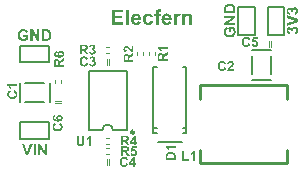
<source format=gto>
G04*
G04 #@! TF.GenerationSoftware,Altium Limited,Altium Designer,21.2.1 (34)*
G04*
G04 Layer_Color=65535*
%FSTAX24Y24*%
%MOIN*%
G70*
G04*
G04 #@! TF.SameCoordinates,A22D48CB-26DB-4B69-BEBB-7B905E74D0D0*
G04*
G04*
G04 #@! TF.FilePolarity,Positive*
G04*
G01*
G75*
%ADD10C,0.0100*%
%ADD11C,0.0079*%
%ADD12C,0.0039*%
%ADD13C,0.0059*%
G36*
X095693Y026155D02*
X095617D01*
X095463Y026404D01*
Y026155D01*
X095393D01*
Y026533D01*
X095467D01*
X095623Y026279D01*
Y026533D01*
X095693D01*
Y026155D01*
D02*
G37*
G36*
X095073D02*
X09499D01*
X094855Y026533D01*
X094937D01*
X095034Y026254D01*
X095126Y026533D01*
X095207D01*
X095073Y026155D01*
D02*
G37*
G36*
X09532D02*
X095243D01*
Y026533D01*
X09532D01*
Y026155D01*
D02*
G37*
G36*
X101796Y031202D02*
X1018D01*
X101806Y031201D01*
X101812Y031201D01*
X101824Y031199D01*
X101837Y031197D01*
X101851Y031194D01*
X101864Y03119D01*
X101865D01*
X101866Y03119D01*
X101868Y031189D01*
X101871Y031187D01*
X101874Y031186D01*
X101878Y031184D01*
X101888Y03118D01*
X101899Y031174D01*
X10191Y031167D01*
X101921Y031159D01*
X101931Y03115D01*
X101932Y031149D01*
X101935Y031146D01*
X101938Y031142D01*
X101942Y031136D01*
X101947Y031128D01*
X101952Y031119D01*
X101957Y031108D01*
X101961Y031096D01*
Y031096D01*
X101962Y031095D01*
Y031094D01*
X101962Y031092D01*
X101963Y031086D01*
X101965Y031078D01*
X101967Y031069D01*
X101968Y031057D01*
X101968Y031044D01*
X101969Y031029D01*
Y030886D01*
X101591D01*
Y031037D01*
X101592Y031041D01*
X101592Y031051D01*
X101593Y031063D01*
X101594Y031075D01*
X101596Y031086D01*
X101599Y031097D01*
Y031097D01*
X101599Y031098D01*
X1016Y0311D01*
X1016Y031102D01*
X101603Y031109D01*
X101607Y031116D01*
X101612Y031125D01*
X101618Y031135D01*
X101625Y031144D01*
X101634Y031154D01*
Y031154D01*
X101635Y031155D01*
X101638Y031157D01*
X101644Y031162D01*
X101651Y031167D01*
X101659Y031173D01*
X10167Y031179D01*
X101682Y031185D01*
X101695Y03119D01*
X101695D01*
X101696Y03119D01*
X101699Y031191D01*
X101701Y031192D01*
X101705Y031192D01*
X101709Y031193D01*
X101714Y031195D01*
X101719Y031196D01*
X101725Y031197D01*
X101733Y031198D01*
X10174Y031199D01*
X101748Y0312D01*
X101765Y031202D01*
X101784Y031202D01*
X101784D01*
X101786D01*
X101788D01*
X101791D01*
X101796Y031202D01*
D02*
G37*
G36*
X101969Y030729D02*
X10172Y030575D01*
X101969D01*
Y030505D01*
X101591D01*
Y030579D01*
X101846Y030735D01*
X101591D01*
Y030805D01*
X101969D01*
Y030729D01*
D02*
G37*
G36*
X101919Y030433D02*
X10192Y030431D01*
X101922Y03043D01*
X101924Y030427D01*
X101926Y030424D01*
X101932Y030416D01*
X101938Y030406D01*
X101945Y030394D01*
X101952Y03038D01*
X101959Y030364D01*
Y030364D01*
X101959Y030362D01*
X10196Y03036D01*
X101961Y030356D01*
X101962Y030352D01*
X101964Y030347D01*
X101966Y030342D01*
X101967Y030336D01*
X101971Y030322D01*
X101973Y030306D01*
X101975Y03029D01*
X101976Y030272D01*
Y030266D01*
X101975Y030262D01*
Y030257D01*
X101975Y030251D01*
X101974Y030244D01*
X101973Y030237D01*
X10197Y030221D01*
X101966Y030204D01*
X10196Y030186D01*
X101956Y030177D01*
X101951Y030169D01*
X101951Y030168D01*
X10195Y030167D01*
X101949Y030164D01*
X101947Y030161D01*
X101944Y030158D01*
X101941Y030154D01*
X101937Y030149D01*
X101933Y030144D01*
X101923Y030133D01*
X101911Y030122D01*
X101896Y030112D01*
X10188Y030103D01*
X101879D01*
X101878Y030101D01*
X101875Y0301D01*
X101872Y030099D01*
X101867Y030098D01*
X101862Y030095D01*
X101856Y030094D01*
X10185Y030092D01*
X101843Y030089D01*
X101835Y030088D01*
X101818Y030084D01*
X101799Y030082D01*
X101779Y030081D01*
X101778D01*
X101776D01*
X101773D01*
X101769Y030081D01*
X101764D01*
X101758Y030082D01*
X101751Y030083D01*
X101743Y030084D01*
X101728Y030087D01*
X10171Y030091D01*
X101692Y030097D01*
X101683Y030101D01*
X101674Y030105D01*
X101674Y030106D01*
X101672Y030106D01*
X10167Y030108D01*
X101666Y03011D01*
X101663Y030112D01*
X101658Y030116D01*
X101653Y030119D01*
X101648Y030123D01*
X101642Y030128D01*
X101636Y030134D01*
X10163Y03014D01*
X101624Y030146D01*
X101619Y030153D01*
X101613Y03016D01*
X101603Y030177D01*
Y030178D01*
X101602Y030179D01*
X101601Y030181D01*
X1016Y030184D01*
X101599Y030188D01*
X101597Y030192D01*
X101595Y030197D01*
X101593Y030202D01*
X101592Y030208D01*
X10159Y030216D01*
X101588Y030223D01*
X101587Y030231D01*
X101585Y030248D01*
X101584Y030268D01*
Y030275D01*
X101585Y030279D01*
X101585Y030285D01*
X101586Y030293D01*
X101586Y0303D01*
X101588Y030308D01*
X101591Y030326D01*
X101597Y030344D01*
X1016Y030353D01*
X101604Y030362D01*
X101608Y03037D01*
X101614Y030378D01*
X101614Y030378D01*
X101615Y030379D01*
X101617Y030382D01*
X101619Y030384D01*
X101622Y030388D01*
X101626Y030391D01*
X10163Y030395D01*
X101635Y030399D01*
X10164Y030403D01*
X101646Y030408D01*
X101653Y030412D01*
X10166Y030416D01*
X101668Y03042D01*
X101676Y030424D01*
X101686Y030427D01*
X101695Y030429D01*
X101709Y030353D01*
X101708D01*
X101708Y030353D01*
X101705Y030351D01*
X1017Y030349D01*
X101693Y030346D01*
X101686Y030342D01*
X101679Y030337D01*
X101672Y03033D01*
X101665Y030323D01*
X101665Y030321D01*
X101663Y030319D01*
X10166Y030314D01*
X101657Y030308D01*
X101654Y0303D01*
X101652Y03029D01*
X10165Y03028D01*
X101649Y030268D01*
Y030263D01*
X10165Y03026D01*
X10165Y030255D01*
X101651Y03025D01*
X101652Y030245D01*
X101653Y030239D01*
X101657Y030226D01*
X101659Y03022D01*
X101663Y030213D01*
X101666Y030207D01*
X10167Y0302D01*
X101676Y030194D01*
X101681Y030188D01*
X101682Y030188D01*
X101683Y030187D01*
X101684Y030186D01*
X101687Y030184D01*
X10169Y030182D01*
X101694Y030179D01*
X101699Y030176D01*
X101705Y030174D01*
X101711Y030171D01*
X101718Y030169D01*
X101726Y030166D01*
X101734Y030164D01*
X101743Y030162D01*
X101754Y03016D01*
X101764Y03016D01*
X101776Y030159D01*
X101776D01*
X101778D01*
X101782D01*
X101787Y03016D01*
X101793Y03016D01*
X101799Y030161D01*
X101806Y030162D01*
X101814Y030163D01*
X10183Y030166D01*
X101847Y030172D01*
X101855Y030175D01*
X101863Y030179D01*
X101871Y030184D01*
X101877Y030189D01*
X101878Y030189D01*
X101879Y03019D01*
X10188Y030192D01*
X101883Y030194D01*
X101885Y030198D01*
X101888Y030201D01*
X101891Y030205D01*
X101894Y03021D01*
X101897Y030216D01*
X1019Y030221D01*
X101906Y030235D01*
X101908Y030242D01*
X101909Y03025D01*
X101911Y030259D01*
X101911Y030267D01*
Y030272D01*
X101911Y030276D01*
X10191Y030283D01*
X101909Y03029D01*
X101907Y030298D01*
X101905Y030307D01*
X101902Y030315D01*
Y030316D01*
X101901Y030317D01*
X1019Y030319D01*
X101898Y030324D01*
X101895Y03033D01*
X101892Y030336D01*
X101888Y030343D01*
X101884Y03035D01*
X101879Y030357D01*
X10183D01*
Y03027D01*
X101766D01*
Y030434D01*
X101918D01*
X101919Y030433D01*
D02*
G37*
G36*
X099438Y03102D02*
X099448Y031019D01*
X099461Y031018D01*
X099475Y031015D01*
X099489Y031012D01*
X099505Y031008D01*
X099491Y03094D01*
X099491D01*
X099488Y030941D01*
X099483Y030943D01*
X099477Y030943D01*
X09947Y030945D01*
X099463Y030945D01*
X099447Y030946D01*
X099443D01*
X09944Y030945D01*
X099435Y030945D01*
X099425Y030942D01*
X099421Y03094D01*
X099416Y030936D01*
Y030935D01*
X099415Y030934D01*
X099413Y030932D01*
X099412Y030927D01*
X099411Y030922D01*
X099409Y030916D01*
X099408Y030908D01*
X099408Y030898D01*
Y030873D01*
X09948D01*
Y030797D01*
X099408D01*
Y030507D01*
X099311D01*
Y030797D01*
X099257D01*
Y030873D01*
X099311D01*
Y0309D01*
Y0309D01*
Y030902D01*
Y030904D01*
Y030908D01*
X099311Y030916D01*
X099312Y030926D01*
X099313Y030937D01*
X099315Y030948D01*
X099317Y030959D01*
X09932Y030969D01*
X099321Y030969D01*
X099322Y030972D01*
X099324Y030977D01*
X099328Y030982D01*
X099333Y030988D01*
X099339Y030994D01*
X099347Y031D01*
X099356Y031006D01*
X099357Y031007D01*
X099361Y031008D01*
X099367Y03101D01*
X099374Y031013D01*
X099384Y031016D01*
X099395Y031018D01*
X099408Y03102D01*
X099423Y031021D01*
X09943D01*
X099438Y03102D01*
D02*
G37*
G36*
X100107Y03088D02*
X100115Y030878D01*
X100125Y030876D01*
X100136Y030873D01*
X100147Y030868D01*
X100158Y030862D01*
X100128Y030778D01*
X100127Y030778D01*
X100123Y03078D01*
X100119Y030783D01*
X100113Y030786D01*
X100106Y030789D01*
X100099Y030792D01*
X100091Y030793D01*
X100083Y030794D01*
X10008D01*
X100075Y030793D01*
X100071Y030792D01*
X100066Y030791D01*
X10006Y030789D01*
X100054Y030786D01*
X100048Y030782D01*
X100048Y030781D01*
X100046Y03078D01*
X100043Y030777D01*
X10004Y030773D01*
X100037Y030768D01*
X100033Y03076D01*
X100029Y030752D01*
X100027Y030741D01*
Y03074D01*
X100026Y030738D01*
X100025Y030735D01*
Y030732D01*
X100024Y030727D01*
X100024Y030722D01*
X100023Y030715D01*
X100022Y030708D01*
X100021Y030698D01*
X100021Y030689D01*
Y030677D01*
X10002Y030665D01*
X100019Y030651D01*
Y030636D01*
Y030619D01*
Y030507D01*
X099922D01*
Y030873D01*
X100012D01*
Y030821D01*
X100013Y030821D01*
X100016Y030826D01*
X10002Y030832D01*
X100026Y03084D01*
X100032Y030848D01*
X100039Y030856D01*
X100045Y030864D01*
X100053Y030869D01*
X100053Y03087D01*
X100056Y030871D01*
X10006Y030873D01*
X100065Y030875D01*
X100071Y030877D01*
X100078Y030879D01*
X100086Y03088D01*
X100094Y030881D01*
X1001D01*
X100107Y03088D01*
D02*
G37*
G36*
X100421D02*
X100429Y030879D01*
X100438Y030878D01*
X100447Y030875D01*
X100457Y030873D01*
X100468Y030869D01*
X100469Y030868D01*
X100472Y030867D01*
X100477Y030865D01*
X100483Y030861D01*
X100489Y030856D01*
X100496Y030851D01*
X100503Y030846D01*
X100508Y030839D01*
X100509Y030838D01*
X100511Y030836D01*
X100513Y030832D01*
X100516Y030827D01*
X100519Y030821D01*
X100522Y030814D01*
X100525Y030807D01*
X100527Y030798D01*
Y030797D01*
X100528Y030794D01*
X10053Y030789D01*
X10053Y030781D01*
X100532Y030773D01*
X100532Y030761D01*
X100533Y030749D01*
Y030733D01*
Y030507D01*
X100436D01*
Y030692D01*
Y030693D01*
Y030695D01*
Y030698D01*
Y030702D01*
Y030707D01*
Y030712D01*
X100435Y030725D01*
X100435Y030737D01*
X100433Y03075D01*
X100432Y030761D01*
X100431Y030765D01*
X10043Y030769D01*
Y03077D01*
X100428Y030772D01*
X100427Y030775D01*
X100425Y030779D01*
X100418Y030788D01*
X100414Y030792D01*
X100409Y030796D01*
X100409Y030797D01*
X100407Y030797D01*
X100404Y030799D01*
X1004Y030801D01*
X100395Y030803D01*
X10039Y030805D01*
X100383Y030805D01*
X100376Y030806D01*
X100371D01*
X100367Y030805D01*
X100361Y030805D01*
X100354Y030803D01*
X100347Y0308D01*
X100339Y030797D01*
X100331Y030792D01*
X10033Y030792D01*
X100328Y03079D01*
X100324Y030786D01*
X10032Y030783D01*
X100315Y030777D01*
X100311Y030771D01*
X100306Y030763D01*
X100304Y030755D01*
Y030754D01*
X100302Y030751D01*
X100301Y030745D01*
X1003Y030736D01*
X100299Y030731D01*
X100298Y030725D01*
X100298Y030718D01*
Y03071D01*
X100297Y030702D01*
X100296Y030692D01*
Y030682D01*
Y030671D01*
Y030507D01*
X100199D01*
Y030873D01*
X100289D01*
Y030819D01*
X10029Y030819D01*
X100291Y030821D01*
X100294Y030824D01*
X100298Y030828D01*
X100302Y030833D01*
X100308Y030838D01*
X100314Y030844D01*
X100322Y03085D01*
X10033Y030855D01*
X100339Y030861D01*
X100349Y030866D01*
X10036Y030871D01*
X100371Y030875D01*
X100383Y030878D01*
X100396Y03088D01*
X100409Y030881D01*
X100414D01*
X100421Y03088D01*
D02*
G37*
G36*
X099073D02*
X099079D01*
X099085Y030879D01*
X099093Y030878D01*
X099101Y030877D01*
X099117Y030873D01*
X099135Y030868D01*
X099152Y030861D01*
X099168Y030851D01*
X099169D01*
X09917Y03085D01*
X099172Y030848D01*
X099175Y030846D01*
X099182Y03084D01*
X09919Y03083D01*
X0992Y030818D01*
X099209Y030803D01*
X099218Y030786D01*
X099225Y030765D01*
X09913Y030748D01*
Y030749D01*
X099129Y030752D01*
X099128Y030757D01*
X099125Y030764D01*
X099122Y03077D01*
X099118Y030778D01*
X099113Y030784D01*
X099107Y03079D01*
X099107Y030791D01*
X099104Y030792D01*
X099101Y030795D01*
X099096Y030797D01*
X099089Y0308D01*
X099082Y030803D01*
X099073Y030804D01*
X099064Y030805D01*
X099062D01*
X099058Y030804D01*
X099051Y030803D01*
X099042Y030802D01*
X099034Y030798D01*
X099024Y030794D01*
X099015Y030788D01*
X099006Y030779D01*
X099005Y030778D01*
X099003Y030774D01*
X098999Y030768D01*
X098996Y03076D01*
X098991Y030748D01*
X09899Y030741D01*
X098988Y030734D01*
X098987Y030725D01*
X098986Y030717D01*
X098985Y030706D01*
Y030696D01*
Y030695D01*
Y030693D01*
Y03069D01*
X098986Y030685D01*
Y03068D01*
X098986Y030674D01*
X098988Y03066D01*
X09899Y030644D01*
X098994Y030629D01*
X098999Y030615D01*
X099003Y030609D01*
X099007Y030604D01*
X099007Y030602D01*
X099011Y030599D01*
X099015Y030596D01*
X099022Y03059D01*
X099031Y030585D01*
X09904Y030582D01*
X099052Y030579D01*
X099065Y030577D01*
X099069D01*
X099074Y030578D01*
X099081Y030579D01*
X099088Y030581D01*
X099096Y030584D01*
X099103Y030587D01*
X09911Y030593D01*
X099111Y030593D01*
X099113Y030596D01*
X099116Y030599D01*
X09912Y030605D01*
X099125Y030612D01*
X099128Y030622D01*
X099133Y030633D01*
X099136Y030647D01*
X09923Y030631D01*
Y03063D01*
X09923Y030628D01*
X099229Y030624D01*
X099228Y03062D01*
X099225Y030614D01*
X099223Y030608D01*
X099217Y030593D01*
X09921Y030577D01*
X0992Y030561D01*
X099187Y030545D01*
X09918Y030538D01*
X099173Y030531D01*
X099172D01*
X099171Y03053D01*
X099168Y030528D01*
X099166Y030526D01*
X099161Y030524D01*
X099156Y030521D01*
X09915Y030518D01*
X099143Y030515D01*
X099136Y030512D01*
X099127Y030509D01*
X099118Y030506D01*
X099108Y030504D01*
X099097Y030501D01*
X099085Y0305D01*
X099074Y030499D01*
X099061Y030499D01*
X099053D01*
X099047Y030499D01*
X099041Y0305D01*
X099033Y030501D01*
X099024Y030503D01*
X099015Y030505D01*
X099004Y030507D01*
X098994Y030511D01*
X098983Y030515D01*
X098973Y03052D01*
X098962Y030526D01*
X098952Y030532D01*
X098942Y03054D01*
X098933Y030549D01*
X098932Y03055D01*
X098931Y030551D01*
X098929Y030554D01*
X098926Y030558D01*
X098922Y030563D01*
X098918Y030569D01*
X098914Y030577D01*
X09891Y030585D01*
X098905Y030595D01*
X098901Y030605D01*
X098897Y030617D01*
X098893Y030629D01*
X09889Y030643D01*
X098888Y030657D01*
X098886Y030673D01*
X098886Y030689D01*
Y03069D01*
Y030692D01*
Y030698D01*
X098886Y030703D01*
X098887Y030711D01*
X098888Y03072D01*
X098889Y03073D01*
X098891Y030741D01*
X098897Y030763D01*
X098901Y030775D01*
X098905Y030786D01*
X098911Y030798D01*
X098918Y030809D01*
X098925Y030819D01*
X098933Y03083D01*
X098934Y03083D01*
X098935Y030832D01*
X098938Y030834D01*
X098942Y030838D01*
X098947Y030841D01*
X098953Y030846D01*
X098959Y030851D01*
X098967Y030855D01*
X098976Y03086D01*
X098986Y030865D01*
X098996Y030869D01*
X099008Y030873D01*
X09902Y030876D01*
X099034Y030878D01*
X099047Y03088D01*
X099062Y030881D01*
X099069D01*
X099073Y03088D01*
D02*
G37*
G36*
X098415Y030507D02*
X098318D01*
Y031011D01*
X098415D01*
Y030507D01*
D02*
G37*
G36*
X098224Y030926D02*
X097952D01*
Y030814D01*
X098205D01*
Y030729D01*
X097952D01*
Y030592D01*
X098233D01*
Y030507D01*
X09785D01*
Y031011D01*
X098224D01*
Y030926D01*
D02*
G37*
G36*
X099687Y03088D02*
X099693Y030879D01*
X099701Y030878D01*
X09971Y030876D01*
X09972Y030874D01*
X09973Y030871D01*
X09974Y030867D01*
X099751Y030863D01*
X099762Y030857D01*
X099772Y030851D01*
X099782Y030844D01*
X099793Y030835D01*
X099801Y030826D01*
X099802Y030825D01*
X099803Y030824D01*
X099806Y03082D01*
X099809Y030816D01*
X099812Y03081D01*
X099816Y030803D01*
X09982Y030795D01*
X099825Y030785D01*
X099829Y030774D01*
X099833Y030762D01*
X099837Y030749D01*
X099841Y030733D01*
X099844Y030717D01*
X099846Y0307D01*
X099847Y030682D01*
Y030661D01*
X099605D01*
Y03066D01*
Y030659D01*
Y030657D01*
X099606Y030654D01*
X099607Y030647D01*
X099608Y030636D01*
X099611Y030626D01*
X099615Y030614D01*
X09962Y030604D01*
X099628Y030594D01*
X099628Y030593D01*
X099632Y03059D01*
X099636Y030587D01*
X099643Y030582D01*
X099651Y030578D01*
X099661Y030574D01*
X099672Y030571D01*
X099684Y030571D01*
X099688D01*
X099692Y030571D01*
X099697Y030572D01*
X099703Y030574D01*
X099709Y030576D01*
X099716Y030579D01*
X099722Y030583D01*
X099723Y030584D01*
X099725Y030585D01*
X099728Y030588D01*
X099731Y030593D01*
X099735Y030598D01*
X099739Y030605D01*
X099742Y030614D01*
X099746Y030623D01*
X099842Y030607D01*
Y030606D01*
X099841Y030605D01*
X09984Y030602D01*
X099838Y030598D01*
X099836Y030594D01*
X099834Y030589D01*
X099827Y030577D01*
X099819Y030564D01*
X099809Y03055D01*
X099797Y030538D01*
X099783Y030526D01*
X099782D01*
X099782Y030525D01*
X099779Y030524D01*
X099776Y030522D01*
X099772Y03052D01*
X099767Y030517D01*
X099762Y030515D01*
X099755Y030512D01*
X099741Y030507D01*
X099724Y030503D01*
X099704Y0305D01*
X099683Y030499D01*
X099679D01*
X099674Y030499D01*
X099668D01*
X09966Y030501D01*
X09965Y030502D01*
X09964Y030504D01*
X09963Y030507D01*
X099618Y030509D01*
X099607Y030514D01*
X099595Y030519D01*
X099583Y030525D01*
X099572Y030532D01*
X099561Y03054D01*
X099551Y03055D01*
X099542Y030561D01*
X099541Y030561D01*
X09954Y030563D01*
X099539Y030566D01*
X099536Y030569D01*
X099534Y030574D01*
X099531Y03058D01*
X099527Y030587D01*
X099524Y030595D01*
X099521Y030604D01*
X099518Y030613D01*
X099514Y030623D01*
X099512Y030635D01*
X09951Y030647D01*
X099507Y030659D01*
X099507Y030673D01*
X099506Y030687D01*
Y030687D01*
Y03069D01*
Y030695D01*
X099507Y030702D01*
X099507Y030709D01*
X099508Y030718D01*
X09951Y030727D01*
X099512Y030738D01*
X099518Y030761D01*
X099521Y030773D01*
X099526Y030785D01*
X099532Y030797D01*
X099538Y030808D01*
X099545Y030819D01*
X099553Y030829D01*
X099554Y03083D01*
X099556Y030831D01*
X099558Y030834D01*
X099562Y030837D01*
X099567Y03084D01*
X099572Y030845D01*
X099579Y03085D01*
X099586Y030855D01*
X099594Y030859D01*
X099604Y030865D01*
X099613Y030869D01*
X099624Y030873D01*
X099635Y030875D01*
X099647Y030878D01*
X09966Y03088D01*
X099673Y030881D01*
X099681D01*
X099687Y03088D01*
D02*
G37*
G36*
X098668D02*
X098674Y030879D01*
X098682Y030878D01*
X098691Y030876D01*
X0987Y030874D01*
X098711Y030871D01*
X098721Y030867D01*
X098732Y030863D01*
X098743Y030857D01*
X098753Y030851D01*
X098763Y030844D01*
X098773Y030835D01*
X098782Y030826D01*
X098783Y030825D01*
X098784Y030824D01*
X098786Y03082D01*
X098789Y030816D01*
X098793Y03081D01*
X098797Y030803D01*
X098801Y030795D01*
X098805Y030785D01*
X09881Y030774D01*
X098814Y030762D01*
X098818Y030749D01*
X098821Y030733D01*
X098824Y030717D01*
X098827Y0307D01*
X098828Y030682D01*
Y030661D01*
X098586D01*
Y03066D01*
Y030659D01*
Y030657D01*
X098587Y030654D01*
X098587Y030647D01*
X098589Y030636D01*
X098592Y030626D01*
X098596Y030614D01*
X098601Y030604D01*
X098609Y030594D01*
X098609Y030593D01*
X098613Y03059D01*
X098617Y030587D01*
X098624Y030582D01*
X098632Y030578D01*
X098642Y030574D01*
X098653Y030571D01*
X098665Y030571D01*
X098668D01*
X098673Y030571D01*
X098678Y030572D01*
X098684Y030574D01*
X09869Y030576D01*
X098697Y030579D01*
X098703Y030583D01*
X098703Y030584D01*
X098706Y030585D01*
X098708Y030588D01*
X098711Y030593D01*
X098716Y030598D01*
X098719Y030605D01*
X098723Y030614D01*
X098727Y030623D01*
X098823Y030607D01*
Y030606D01*
X098822Y030605D01*
X098821Y030602D01*
X098819Y030598D01*
X098817Y030594D01*
X098815Y030589D01*
X098808Y030577D01*
X0988Y030564D01*
X09879Y03055D01*
X098778Y030538D01*
X098764Y030526D01*
X098763D01*
X098762Y030525D01*
X09876Y030524D01*
X098757Y030522D01*
X098753Y03052D01*
X098748Y030517D01*
X098743Y030515D01*
X098736Y030512D01*
X098722Y030507D01*
X098705Y030503D01*
X098685Y0305D01*
X098664Y030499D01*
X09866D01*
X098655Y030499D01*
X098649D01*
X098641Y030501D01*
X098631Y030502D01*
X098621Y030504D01*
X098611Y030507D01*
X098599Y030509D01*
X098587Y030514D01*
X098576Y030519D01*
X098564Y030525D01*
X098552Y030532D01*
X098542Y03054D01*
X098532Y03055D01*
X098523Y030561D01*
X098522Y030561D01*
X098521Y030563D01*
X09852Y030566D01*
X098517Y030569D01*
X098515Y030574D01*
X098512Y03058D01*
X098508Y030587D01*
X098505Y030595D01*
X098501Y030604D01*
X098499Y030613D01*
X098495Y030623D01*
X098493Y030635D01*
X098491Y030647D01*
X098488Y030659D01*
X098488Y030673D01*
X098487Y030687D01*
Y030687D01*
Y03069D01*
Y030695D01*
X098488Y030702D01*
X098488Y030709D01*
X098489Y030718D01*
X098491Y030727D01*
X098493Y030738D01*
X098499Y030761D01*
X098502Y030773D01*
X098507Y030785D01*
X098512Y030797D01*
X098519Y030808D01*
X098526Y030819D01*
X098534Y030829D01*
X098535Y03083D01*
X098536Y030831D01*
X098539Y030834D01*
X098543Y030837D01*
X098547Y03084D01*
X098553Y030845D01*
X09856Y03085D01*
X098567Y030855D01*
X098575Y030859D01*
X098585Y030865D01*
X098594Y030869D01*
X098605Y030873D01*
X098616Y030875D01*
X098628Y030878D01*
X098641Y03088D01*
X098654Y030881D01*
X098662D01*
X098668Y03088D01*
D02*
G37*
G36*
X103949Y031089D02*
X103953Y031089D01*
X103958Y031088D01*
X103964Y031087D01*
X10397Y031086D01*
X103983Y031081D01*
X10399Y031078D01*
X103998Y031075D01*
X104005Y03107D01*
X104012Y031065D01*
X104019Y03106D01*
X104026Y031053D01*
X104026Y031053D01*
X104028Y031052D01*
X104029Y03105D01*
X104031Y031047D01*
X104034Y031043D01*
X104037Y031039D01*
X10404Y031034D01*
X104043Y031028D01*
X104047Y031022D01*
X10405Y031015D01*
X104053Y031008D01*
X104055Y031D01*
X104058Y030991D01*
X104059Y030982D01*
X10406Y030973D01*
X104061Y030963D01*
Y030958D01*
X10406Y030954D01*
X10406Y03095D01*
X104059Y030945D01*
X104058Y030939D01*
X104057Y030933D01*
X104054Y03092D01*
X104048Y030905D01*
X104045Y030898D01*
X104041Y030891D01*
X104036Y030884D01*
X104031Y030878D01*
X104031Y030877D01*
X10403Y030876D01*
X104028Y030874D01*
X104026Y030872D01*
X104023Y030869D01*
X104019Y030867D01*
X104016Y030863D01*
X104011Y03086D01*
X104005Y030857D01*
X104Y030853D01*
X103987Y030847D01*
X103971Y030842D01*
X103963Y03084D01*
X103954Y030839D01*
X103946Y030909D01*
X103946D01*
X103947D01*
X10395Y030909D01*
X103955Y03091D01*
X103961Y030912D01*
X103967Y030915D01*
X103975Y030917D01*
X103981Y030922D01*
X103987Y030927D01*
X103988Y030927D01*
X103989Y030929D01*
X103991Y030933D01*
X103994Y030937D01*
X103996Y030942D01*
X103999Y030948D01*
X104Y030955D01*
X104001Y030962D01*
Y030963D01*
X104Y030966D01*
X104Y03097D01*
X103999Y030975D01*
X103996Y030981D01*
X103994Y030987D01*
X103989Y030994D01*
X103984Y031D01*
X103983Y031D01*
X103981Y031003D01*
X103977Y031005D01*
X103972Y031008D01*
X103965Y031011D01*
X103957Y031014D01*
X103948Y031015D01*
X103937Y031016D01*
X103937D01*
X103936D01*
X103933D01*
X103928Y031015D01*
X103922Y031014D01*
X103914Y031012D01*
X103907Y031009D01*
X1039Y031005D01*
X103894Y031D01*
X103893Y031D01*
X103891Y030998D01*
X103888Y030994D01*
X103886Y030991D01*
X103882Y030985D01*
X10388Y030979D01*
X103878Y030973D01*
X103877Y030965D01*
Y030959D01*
X103878Y030956D01*
X103878Y030951D01*
X10388Y030945D01*
X103881Y030939D01*
X103883Y030932D01*
X103824Y030939D01*
Y030944D01*
X103824Y03095D01*
X103823Y030956D01*
X103822Y030963D01*
X10382Y030971D01*
X103816Y030978D01*
X103812Y030985D01*
X103811Y030985D01*
X103809Y030987D01*
X103806Y030989D01*
X103802Y030993D01*
X103797Y030996D01*
X103791Y030998D01*
X103784Y031D01*
X103776Y031D01*
X103775D01*
X103773D01*
X103769Y031D01*
X103765Y030999D01*
X10376Y030998D01*
X103755Y030996D01*
X10375Y030993D01*
X103745Y030989D01*
X103745Y030988D01*
X103744Y030987D01*
X103741Y030985D01*
X103739Y030981D01*
X103738Y030976D01*
X103735Y030971D01*
X103734Y030965D01*
X103734Y030958D01*
Y030955D01*
X103734Y030952D01*
X103735Y030947D01*
X103737Y030943D01*
X103739Y030937D01*
X103743Y030932D01*
X103747Y030927D01*
X103747Y030926D01*
X103749Y030925D01*
X103752Y030922D01*
X103757Y03092D01*
X103762Y030917D01*
X103768Y030915D01*
X103776Y030913D01*
X103785Y030911D01*
X103774Y030844D01*
X103773D01*
X103772Y030845D01*
X10377D01*
X103768Y030845D01*
X103762Y030847D01*
X103753Y030849D01*
X103745Y030852D01*
X103735Y030856D01*
X103727Y03086D01*
X103718Y030865D01*
X103717Y030866D01*
X103715Y030868D01*
X103711Y030871D01*
X103706Y030875D01*
X103702Y030881D01*
X103696Y030887D01*
X103691Y030896D01*
X103686Y030904D01*
Y030905D01*
X103685Y030905D01*
X103684Y030909D01*
X103682Y030914D01*
X10368Y030921D01*
X103678Y030929D01*
X103675Y030939D01*
X103674Y030949D01*
X103674Y030961D01*
Y030965D01*
X103674Y030969D01*
X103675Y030974D01*
X103675Y030979D01*
X103676Y030985D01*
X103678Y030991D01*
X103682Y031005D01*
X103685Y031012D01*
X103688Y03102D01*
X103692Y031027D01*
X103697Y031033D01*
X103702Y03104D01*
X103708Y031046D01*
X103709Y031047D01*
X103709Y031047D01*
X103711Y031049D01*
X103713Y031051D01*
X103718Y031055D01*
X103726Y03106D01*
X103735Y031065D01*
X103746Y031069D01*
X103758Y031072D01*
X103764Y031072D01*
X103771Y031073D01*
X103771D01*
X103773D01*
X103776Y031072D01*
X103779Y031072D01*
X103783Y031071D01*
X103788Y03107D01*
X103794Y031069D01*
X1038Y031066D01*
X103806Y031063D01*
X103812Y03106D01*
X103819Y031056D01*
X103826Y03105D01*
X103832Y031044D01*
X103839Y031036D01*
X103845Y031028D01*
X103851Y031018D01*
Y031019D01*
X103851Y03102D01*
Y031022D01*
X103852Y031024D01*
X103854Y03103D01*
X103857Y031037D01*
X103862Y031045D01*
X103867Y031054D01*
X103874Y031063D01*
X103882Y03107D01*
X103883Y031071D01*
X103887Y031074D01*
X103892Y031076D01*
X103899Y03108D01*
X103907Y031084D01*
X103917Y031087D01*
X103928Y031089D01*
X103941Y03109D01*
X103941D01*
X103943D01*
X103946D01*
X103949Y031089D01*
D02*
G37*
G36*
X104054Y030685D02*
Y030602D01*
X103676Y030467D01*
Y030549D01*
X103955Y030646D01*
X103676Y030738D01*
Y030819D01*
X104054Y030685D01*
D02*
G37*
G36*
X103949Y030443D02*
X103953Y030443D01*
X103958Y030442D01*
X103964Y030441D01*
X10397Y03044D01*
X103983Y030435D01*
X10399Y030432D01*
X103998Y030429D01*
X104005Y030424D01*
X104012Y030419D01*
X104019Y030414D01*
X104026Y030407D01*
X104026Y030407D01*
X104028Y030406D01*
X104029Y030404D01*
X104031Y030401D01*
X104034Y030397D01*
X104037Y030393D01*
X10404Y030388D01*
X104043Y030382D01*
X104047Y030376D01*
X10405Y030369D01*
X104053Y030362D01*
X104055Y030354D01*
X104058Y030345D01*
X104059Y030336D01*
X10406Y030327D01*
X104061Y030317D01*
Y030312D01*
X10406Y030308D01*
X10406Y030304D01*
X104059Y030299D01*
X104058Y030293D01*
X104057Y030287D01*
X104054Y030274D01*
X104048Y030259D01*
X104045Y030252D01*
X104041Y030245D01*
X104036Y030238D01*
X104031Y030232D01*
X104031Y030231D01*
X10403Y03023D01*
X104028Y030228D01*
X104026Y030226D01*
X104023Y030223D01*
X104019Y030221D01*
X104016Y030217D01*
X104011Y030214D01*
X104005Y030211D01*
X104Y030207D01*
X103987Y030201D01*
X103971Y030196D01*
X103963Y030194D01*
X103954Y030193D01*
X103946Y030263D01*
X103946D01*
X103947D01*
X10395Y030263D01*
X103955Y030264D01*
X103961Y030266D01*
X103967Y030269D01*
X103975Y030272D01*
X103981Y030276D01*
X103987Y030281D01*
X103988Y030281D01*
X103989Y030284D01*
X103991Y030287D01*
X103994Y030291D01*
X103996Y030296D01*
X103999Y030302D01*
X104Y030309D01*
X104001Y030316D01*
Y030317D01*
X104Y03032D01*
X104Y030324D01*
X103999Y030329D01*
X103996Y030335D01*
X103994Y030341D01*
X103989Y030348D01*
X103984Y030354D01*
X103983Y030354D01*
X103981Y030357D01*
X103977Y030359D01*
X103972Y030362D01*
X103965Y030365D01*
X103957Y030368D01*
X103948Y030369D01*
X103937Y03037D01*
X103937D01*
X103936D01*
X103933D01*
X103928Y030369D01*
X103922Y030368D01*
X103914Y030366D01*
X103907Y030363D01*
X1039Y030359D01*
X103894Y030354D01*
X103893Y030354D01*
X103891Y030352D01*
X103888Y030348D01*
X103886Y030345D01*
X103882Y030339D01*
X10388Y030333D01*
X103878Y030327D01*
X103877Y030319D01*
Y030314D01*
X103878Y03031D01*
X103878Y030305D01*
X10388Y030299D01*
X103881Y030293D01*
X103883Y030286D01*
X103824Y030293D01*
Y030298D01*
X103824Y030304D01*
X103823Y03031D01*
X103822Y030317D01*
X10382Y030325D01*
X103816Y030332D01*
X103812Y030339D01*
X103811Y030339D01*
X103809Y030341D01*
X103806Y030344D01*
X103802Y030347D01*
X103797Y03035D01*
X103791Y030352D01*
X103784Y030354D01*
X103776Y030354D01*
X103775D01*
X103773D01*
X103769Y030354D01*
X103765Y030353D01*
X10376Y030352D01*
X103755Y03035D01*
X10375Y030347D01*
X103745Y030343D01*
X103745Y030342D01*
X103744Y030341D01*
X103741Y030339D01*
X103739Y030335D01*
X103738Y03033D01*
X103735Y030326D01*
X103734Y030319D01*
X103734Y030312D01*
Y030309D01*
X103734Y030306D01*
X103735Y030302D01*
X103737Y030297D01*
X103739Y030291D01*
X103743Y030286D01*
X103747Y030281D01*
X103747Y03028D01*
X103749Y030279D01*
X103752Y030276D01*
X103757Y030274D01*
X103762Y030271D01*
X103768Y030269D01*
X103776Y030267D01*
X103785Y030265D01*
X103774Y030198D01*
X103773D01*
X103772Y030199D01*
X10377D01*
X103768Y030199D01*
X103762Y030201D01*
X103753Y030203D01*
X103745Y030207D01*
X103735Y03021D01*
X103727Y030214D01*
X103718Y030219D01*
X103717Y03022D01*
X103715Y030222D01*
X103711Y030225D01*
X103706Y030229D01*
X103702Y030235D01*
X103696Y030241D01*
X103691Y03025D01*
X103686Y030258D01*
Y030259D01*
X103685Y030259D01*
X103684Y030263D01*
X103682Y030268D01*
X10368Y030275D01*
X103678Y030283D01*
X103675Y030293D01*
X103674Y030303D01*
X103674Y030315D01*
Y03032D01*
X103674Y030323D01*
X103675Y030328D01*
X103675Y030333D01*
X103676Y030339D01*
X103678Y030345D01*
X103682Y030359D01*
X103685Y030366D01*
X103688Y030374D01*
X103692Y030381D01*
X103697Y030387D01*
X103702Y030394D01*
X103708Y0304D01*
X103709Y030401D01*
X103709Y030401D01*
X103711Y030403D01*
X103713Y030405D01*
X103718Y030409D01*
X103726Y030414D01*
X103735Y030419D01*
X103746Y030423D01*
X103758Y030426D01*
X103764Y030427D01*
X103771Y030427D01*
X103771D01*
X103773D01*
X103776Y030427D01*
X103779Y030426D01*
X103783Y030425D01*
X103788Y030424D01*
X103794Y030423D01*
X1038Y030421D01*
X103806Y030417D01*
X103812Y030414D01*
X103819Y03041D01*
X103826Y030404D01*
X103832Y030398D01*
X103839Y030391D01*
X103845Y030382D01*
X103851Y030373D01*
Y030373D01*
X103851Y030374D01*
Y030376D01*
X103852Y030378D01*
X103854Y030384D01*
X103857Y030391D01*
X103862Y030399D01*
X103867Y030408D01*
X103874Y030417D01*
X103882Y030424D01*
X103883Y030425D01*
X103887Y030428D01*
X103892Y03043D01*
X103899Y030434D01*
X103907Y030438D01*
X103917Y030441D01*
X103928Y030443D01*
X103941Y030444D01*
X103941D01*
X103943D01*
X103946D01*
X103949Y030443D01*
D02*
G37*
G36*
X094912Y030359D02*
X094918Y030358D01*
X094925Y030357D01*
X094933Y030357D01*
X094941Y030355D01*
X094959Y030352D01*
X094977Y030346D01*
X094986Y030343D01*
X094995Y030339D01*
X095003Y030335D01*
X09501Y03033D01*
X095011Y030329D01*
X095012Y030328D01*
X095014Y030326D01*
X095017Y030324D01*
X09502Y030321D01*
X095023Y030318D01*
X095027Y030313D01*
X095032Y030308D01*
X095036Y030303D01*
X09504Y030297D01*
X095045Y03029D01*
X095049Y030283D01*
X095053Y030275D01*
X095056Y030267D01*
X09506Y030257D01*
X095062Y030248D01*
X094986Y030234D01*
Y030235D01*
X094985Y030235D01*
X094984Y030238D01*
X094982Y030243D01*
X094979Y03025D01*
X094975Y030257D01*
X094969Y030264D01*
X094963Y030271D01*
X094955Y030278D01*
X094954Y030278D01*
X094951Y03028D01*
X094946Y030283D01*
X09494Y030286D01*
X094932Y030289D01*
X094923Y030291D01*
X094913Y030294D01*
X094901Y030294D01*
X094896D01*
X094892Y030294D01*
X094888Y030293D01*
X094883Y030292D01*
X094878Y030291D01*
X094872Y03029D01*
X094859Y030286D01*
X094853Y030284D01*
X094846Y03028D01*
X094839Y030277D01*
X094833Y030273D01*
X094827Y030267D01*
X094821Y030262D01*
X09482Y030261D01*
X09482Y03026D01*
X094818Y030259D01*
X094817Y030256D01*
X094814Y030253D01*
X094812Y030249D01*
X094809Y030244D01*
X094807Y030238D01*
X094804Y030232D01*
X094801Y030225D01*
X094799Y030217D01*
X094796Y030209D01*
X094795Y0302D01*
X094793Y030189D01*
X094793Y030179D01*
X094792Y030167D01*
Y030167D01*
Y030165D01*
Y030161D01*
X094793Y030156D01*
X094793Y03015D01*
X094794Y030144D01*
X094795Y030137D01*
X094796Y030129D01*
X094799Y030113D01*
X094805Y030096D01*
X094808Y030088D01*
X094812Y03008D01*
X094817Y030072D01*
X094821Y030066D01*
X094822Y030065D01*
X094823Y030064D01*
X094825Y030063D01*
X094827Y03006D01*
X09483Y030058D01*
X094833Y030055D01*
X094838Y030052D01*
X094843Y030049D01*
X094848Y030046D01*
X094854Y030043D01*
X094867Y030037D01*
X094875Y030035D01*
X094883Y030034D01*
X094891Y030033D01*
X0949Y030032D01*
X094904D01*
X094909Y030033D01*
X094915Y030033D01*
X094922Y030034D01*
X094931Y030036D01*
X094939Y030038D01*
X094948Y030041D01*
X094949D01*
X094949Y030042D01*
X094952Y030043D01*
X094957Y030045D01*
X094962Y030048D01*
X094969Y030051D01*
X094976Y030055D01*
X094983Y030059D01*
X09499Y030064D01*
Y030113D01*
X094902D01*
Y030177D01*
X095067D01*
Y030025D01*
X095066Y030024D01*
X095064Y030023D01*
X095062Y030021D01*
X09506Y030019D01*
X095057Y030017D01*
X095049Y030011D01*
X095039Y030005D01*
X095027Y029998D01*
X095013Y029991D01*
X094997Y029985D01*
X094996D01*
X094995Y029984D01*
X094992Y029983D01*
X094989Y029982D01*
X094985Y029981D01*
X09498Y029979D01*
X094974Y029977D01*
X094968Y029976D01*
X094955Y029972D01*
X094939Y02997D01*
X094922Y029968D01*
X094905Y029967D01*
X094899D01*
X094895Y029968D01*
X09489D01*
X094884Y029968D01*
X094877Y029969D01*
X09487Y02997D01*
X094854Y029973D01*
X094836Y029977D01*
X094818Y029983D01*
X09481Y029987D01*
X094801Y029992D01*
X094801Y029992D01*
X0948Y029993D01*
X094797Y029994D01*
X094794Y029997D01*
X09479Y029999D01*
X094787Y030002D01*
X094782Y030006D01*
X094777Y03001D01*
X094766Y03002D01*
X094755Y030033D01*
X094744Y030047D01*
X094735Y030063D01*
Y030064D01*
X094734Y030065D01*
X094733Y030068D01*
X094732Y030071D01*
X09473Y030076D01*
X094728Y030081D01*
X094726Y030087D01*
X094724Y030093D01*
X094722Y0301D01*
X09472Y030108D01*
X094717Y030125D01*
X094714Y030144D01*
X094713Y030164D01*
Y030165D01*
Y030167D01*
Y03017D01*
X094714Y030174D01*
Y030179D01*
X094714Y030185D01*
X094716Y030192D01*
X094717Y0302D01*
X094719Y030215D01*
X094724Y030233D01*
X09473Y030251D01*
X094734Y03026D01*
X094738Y030269D01*
X094738Y03027D01*
X094739Y030271D01*
X094741Y030273D01*
X094742Y030277D01*
X094745Y03028D01*
X094748Y030285D01*
X094752Y03029D01*
X094756Y030295D01*
X094761Y030301D01*
X094766Y030307D01*
X094772Y030313D01*
X094779Y030319D01*
X094786Y030324D01*
X094793Y03033D01*
X09481Y03034D01*
X094811D01*
X094812Y030341D01*
X094814Y030342D01*
X094817Y030343D01*
X09482Y030344D01*
X094824Y030346D01*
X09483Y030348D01*
X094835Y03035D01*
X094841Y030351D01*
X094848Y030353D01*
X094856Y030355D01*
X094864Y030356D01*
X094881Y030359D01*
X094901Y030359D01*
X094907D01*
X094912Y030359D01*
D02*
G37*
G36*
X095438Y029974D02*
X095361D01*
X095208Y030223D01*
Y029974D01*
X095138D01*
Y030352D01*
X095211D01*
X095367Y030098D01*
Y030352D01*
X095438D01*
Y029974D01*
D02*
G37*
G36*
X095674Y030351D02*
X095684Y030351D01*
X095696Y03035D01*
X095708Y030349D01*
X095719Y030347D01*
X095729Y030344D01*
X09573D01*
X095731Y030344D01*
X095733Y030343D01*
X095735Y030343D01*
X095741Y03034D01*
X095749Y030336D01*
X095758Y030331D01*
X095768Y030325D01*
X095777Y030318D01*
X095786Y030309D01*
X095787D01*
X095787Y030308D01*
X09579Y030305D01*
X095794Y0303D01*
X095799Y030292D01*
X095805Y030284D01*
X095811Y030273D01*
X095817Y030261D01*
X095822Y030248D01*
Y030248D01*
X095823Y030247D01*
X095823Y030244D01*
X095824Y030242D01*
X095825Y030238D01*
X095826Y030234D01*
X095827Y030229D01*
X095829Y030224D01*
X09583Y030218D01*
X095831Y030211D01*
X095832Y030203D01*
X095833Y030195D01*
X095834Y030178D01*
X095835Y030159D01*
Y030159D01*
Y030157D01*
Y030155D01*
Y030152D01*
X095834Y030147D01*
Y030143D01*
X095834Y030137D01*
X095833Y030131D01*
X095832Y030119D01*
X09583Y030106D01*
X095827Y030092D01*
X095823Y030079D01*
Y030078D01*
X095822Y030077D01*
X095821Y030075D01*
X09582Y030072D01*
X095819Y030069D01*
X095817Y030065D01*
X095812Y030055D01*
X095807Y030045D01*
X0958Y030033D01*
X095792Y030022D01*
X095782Y030012D01*
X095781Y030011D01*
X095779Y030009D01*
X095774Y030005D01*
X095768Y030001D01*
X095761Y029996D01*
X095752Y029991D01*
X095741Y029986D01*
X095729Y029982D01*
X095728D01*
X095728Y029981D01*
X095726D01*
X095725Y029981D01*
X095719Y02998D01*
X095711Y029978D01*
X095702Y029976D01*
X09569Y029975D01*
X095676Y029975D01*
X095662Y029974D01*
X095519D01*
Y030352D01*
X095669D01*
X095674Y030351D01*
D02*
G37*
G36*
X096111Y027497D02*
X096116Y027496D01*
X09612Y027496D01*
X096126Y027495D01*
X096132Y027493D01*
X096145Y02749D01*
X096151Y027488D01*
X096158Y027484D01*
X096165Y027481D01*
X096171Y027477D01*
X096178Y027472D01*
X096184Y027467D01*
X096184Y027467D01*
X096185Y027466D01*
X096186Y027464D01*
X096188Y027462D01*
X096191Y027459D01*
X096193Y027455D01*
X096196Y027452D01*
X096199Y027447D01*
X096202Y027442D01*
X096204Y027436D01*
X096207Y02743D01*
X096209Y027423D01*
X096211Y027416D01*
X096212Y027408D01*
X096213Y0274D01*
X096214Y027392D01*
Y027389D01*
X096213Y027387D01*
Y027383D01*
X096212Y027379D01*
X096212Y027374D01*
X096211Y027369D01*
X096209Y027363D01*
X096207Y027357D01*
X096204Y02735D01*
X096202Y027343D01*
X096198Y027336D01*
X096194Y027329D01*
X096188Y027322D01*
X096182Y027316D01*
X096176Y02731D01*
X096175Y027309D01*
X096174Y027308D01*
X096171Y027307D01*
X096168Y027305D01*
X096164Y027302D01*
X096159Y0273D01*
X096152Y027297D01*
X096145Y027294D01*
X096137Y027291D01*
X096128Y027288D01*
X096117Y027286D01*
X096106Y027283D01*
X096093Y027281D01*
X09608Y027279D01*
X096065Y027278D01*
X096049Y027278D01*
X096048D01*
X096048D01*
X096046D01*
X096045D01*
X09604D01*
X096034Y027278D01*
X096027Y027279D01*
X096018Y02728D01*
X096009Y027281D01*
X095999Y027282D01*
X095988Y027284D01*
X095977Y027286D01*
X095967Y027289D01*
X095956Y027292D01*
X095946Y027296D01*
X095936Y0273D01*
X095927Y027305D01*
X095919Y027311D01*
X095918Y027312D01*
X095917Y027313D01*
X095915Y027314D01*
X095913Y027317D01*
X095909Y027321D01*
X095906Y027324D01*
X095902Y027329D01*
X095898Y027334D01*
X095895Y02734D01*
X095891Y027347D01*
X095888Y027354D01*
X095885Y027362D01*
X095882Y02737D01*
X09588Y027379D01*
X095879Y027388D01*
X095879Y027398D01*
Y027401D01*
X095879Y027404D01*
Y027407D01*
X095879Y027411D01*
X095881Y027419D01*
X095884Y027429D01*
X095888Y027439D01*
X095893Y02745D01*
X095896Y027454D01*
X0959Y027459D01*
Y02746D01*
X095901Y02746D01*
X095902Y027462D01*
X095904Y027463D01*
X095906Y027465D01*
X095908Y027467D01*
X095915Y027472D01*
X095924Y027478D01*
X095934Y027483D01*
X095946Y027488D01*
X09596Y027491D01*
X095967Y02743D01*
X095966D01*
X095964Y02743D01*
X095961Y027429D01*
X095957Y027428D01*
X095952Y027427D01*
X095948Y027424D01*
X095943Y027422D01*
X09594Y027418D01*
X095939Y027418D01*
X095938Y027417D01*
X095937Y027415D01*
X095935Y027412D01*
X095933Y027409D01*
X095932Y027404D01*
X095931Y027399D01*
X095931Y027394D01*
Y027393D01*
X095931Y027391D01*
X095932Y027387D01*
X095933Y027382D01*
X095935Y027377D01*
X095938Y027371D01*
X095942Y027365D01*
X095949Y02736D01*
X095949Y02736D01*
X09595Y027359D01*
X095952Y027358D01*
X095954Y027357D01*
X095957Y027356D01*
X09596Y027355D01*
X095965Y027353D01*
X095969Y027351D01*
X095975Y02735D01*
X095981Y027348D01*
X095987Y027347D01*
X095995Y027346D01*
X096003Y027345D01*
X096013Y027344D01*
X096023Y027343D01*
X096022Y027343D01*
X096021Y027344D01*
X09602Y027345D01*
X096019Y027347D01*
X096016Y027349D01*
X096014Y027352D01*
X096009Y027359D01*
X096004Y027367D01*
X095999Y027377D01*
X095997Y027383D01*
X095996Y027389D01*
X095995Y027395D01*
X095995Y027401D01*
Y027405D01*
X095995Y027408D01*
X095996Y027411D01*
X095996Y027415D01*
X095997Y02742D01*
X095999Y027425D01*
X096002Y027435D01*
X096005Y027441D01*
X096008Y027446D01*
X096011Y027452D01*
X096015Y027458D01*
X09602Y027463D01*
X096025Y027469D01*
X096026Y027469D01*
X096027Y02747D01*
X096028Y027471D01*
X09603Y027473D01*
X096034Y027475D01*
X096037Y027478D01*
X096041Y02748D01*
X096046Y027483D01*
X096051Y027486D01*
X096057Y027488D01*
X096063Y02749D01*
X096071Y027493D01*
X096078Y027494D01*
X096086Y027496D01*
X096094Y027497D01*
X096103Y027497D01*
X096103D01*
X096105D01*
X096107D01*
X096111Y027497D01*
D02*
G37*
G36*
X09611Y027234D02*
X096113Y027234D01*
X096116Y027232D01*
X096121Y02723D01*
X096126Y027228D01*
X096132Y027226D01*
X096138Y027223D01*
X096151Y027216D01*
X096164Y027208D01*
X096177Y027198D01*
X096182Y027192D01*
X096187Y027186D01*
X096188Y027185D01*
X096188Y027184D01*
X09619Y027182D01*
X096192Y02718D01*
X096194Y027176D01*
X096195Y027172D01*
X096198Y027167D01*
X0962Y027162D01*
X096203Y027156D01*
X096205Y027149D01*
X096207Y027142D01*
X096209Y027135D01*
X096211Y027127D01*
X096212Y027118D01*
X096213Y027109D01*
X096213Y027099D01*
Y027096D01*
X096213Y027093D01*
X096212Y027088D01*
X096212Y027083D01*
X096211Y027076D01*
X09621Y027069D01*
X096208Y027061D01*
X096205Y027053D01*
X096203Y027044D01*
X096199Y027035D01*
X096195Y027026D01*
X09619Y027017D01*
X096184Y027008D01*
X096177Y027D01*
X096169Y026992D01*
X096168Y026991D01*
X096167Y02699D01*
X096164Y026988D01*
X096161Y026985D01*
X096156Y026982D01*
X096151Y026979D01*
X096144Y026975D01*
X096137Y026971D01*
X096129Y026967D01*
X09612Y026963D01*
X096109Y02696D01*
X096098Y026957D01*
X096087Y026954D01*
X096074Y026952D01*
X096061Y026951D01*
X096047Y02695D01*
X096046D01*
X096046D01*
X096043D01*
X096039Y026951D01*
X096033D01*
X096027Y026952D01*
X096019Y026953D01*
X09601Y026954D01*
X096Y026955D01*
X09599Y026958D01*
X09598Y026961D01*
X095969Y026964D01*
X095958Y026968D01*
X095948Y026973D01*
X095938Y026979D01*
X095929Y026985D01*
X09592Y026992D01*
X095919Y026993D01*
X095918Y026994D01*
X095915Y026997D01*
X095913Y027D01*
X095909Y027004D01*
X095906Y027009D01*
X095901Y027015D01*
X095897Y027022D01*
X095893Y02703D01*
X095888Y027038D01*
X095885Y027047D01*
X095881Y027057D01*
X095879Y027067D01*
X095876Y027078D01*
X095875Y027091D01*
X095874Y027103D01*
Y027109D01*
X095875Y027113D01*
X095875Y027118D01*
X095876Y027124D01*
X095877Y02713D01*
X095879Y027137D01*
X09588Y027145D01*
X095883Y027153D01*
X095886Y027161D01*
X095889Y02717D01*
X095893Y027178D01*
X095898Y027185D01*
X095904Y027193D01*
X09591Y0272D01*
Y027201D01*
X095911Y027201D01*
X095912Y027203D01*
X095914Y027204D01*
X095916Y027206D01*
X095919Y027208D01*
X095925Y027213D01*
X095934Y027218D01*
X095944Y027224D01*
X095956Y027229D01*
X09597Y027234D01*
X095985Y027169D01*
X095985D01*
X095984Y027168D01*
X095983D01*
X095981Y027167D01*
X095977Y027166D01*
X095971Y027164D01*
X095965Y02716D01*
X095958Y027156D01*
X095951Y02715D01*
X095946Y027144D01*
X095945Y027143D01*
X095943Y027141D01*
X095941Y027137D01*
X095938Y027132D01*
X095935Y027125D01*
X095933Y027118D01*
X095931Y027109D01*
X095931Y0271D01*
Y027096D01*
X095931Y027094D01*
X095932Y027091D01*
X095932Y027087D01*
X095934Y027079D01*
X095937Y027069D01*
X095942Y027059D01*
X095945Y027054D01*
X095948Y02705D01*
X095952Y027045D01*
X095957Y027041D01*
X095958D01*
X095958Y02704D01*
X09596Y027039D01*
X095962Y027037D01*
X095965Y027035D01*
X095968Y027033D01*
X095973Y027032D01*
X095977Y02703D01*
X095983Y027027D01*
X095989Y027025D01*
X095996Y027024D01*
X096004Y027022D01*
X096012Y02702D01*
X096021Y027019D01*
X096031Y027019D01*
X096042Y027018D01*
X096043D01*
X096045D01*
X096048D01*
X096052Y027019D01*
X096057D01*
X096063Y02702D01*
X09607Y02702D01*
X096077Y027021D01*
X096091Y027024D01*
X096106Y027028D01*
X096113Y02703D01*
X09612Y027033D01*
X096126Y027037D01*
X096131Y027041D01*
X096132Y027041D01*
X096132Y027041D01*
X096133Y027043D01*
X096135Y027045D01*
X096139Y02705D01*
X096144Y027056D01*
X096149Y027064D01*
X096153Y027074D01*
X096156Y027085D01*
X096157Y027092D01*
X096157Y027098D01*
Y027101D01*
X096157Y027102D01*
X096156Y027108D01*
X096155Y027114D01*
X096153Y02712D01*
X09615Y027128D01*
X096146Y027136D01*
X096141Y027143D01*
X09614Y027144D01*
X096137Y027146D01*
X096133Y02715D01*
X096128Y027154D01*
X09612Y027158D01*
X096111Y027163D01*
X0961Y027167D01*
X096088Y027171D01*
X096107Y027235D01*
X096108D01*
X09611Y027234D01*
D02*
G37*
G36*
X102342Y030103D02*
X102347Y030102D01*
X102353Y030102D01*
X10236Y030101D01*
X102367Y030099D01*
X102374Y030097D01*
X102382Y030095D01*
X10239Y030092D01*
X102399Y030088D01*
X102407Y030084D01*
X102415Y03008D01*
X102423Y030074D01*
X10243Y030068D01*
X10243D01*
X102431Y030067D01*
X102432Y030066D01*
X102434Y030064D01*
X102435Y030062D01*
X102437Y030059D01*
X102443Y030052D01*
X102448Y030044D01*
X102453Y030033D01*
X102459Y030022D01*
X102463Y030008D01*
X102398Y029992D01*
Y029993D01*
X102398Y029993D01*
Y029995D01*
X102397Y029997D01*
X102395Y030001D01*
X102393Y030006D01*
X10239Y030013D01*
X102385Y03002D01*
X10238Y030026D01*
X102373Y030032D01*
X102373Y030032D01*
X10237Y030034D01*
X102366Y030037D01*
X102361Y03004D01*
X102355Y030042D01*
X102347Y030045D01*
X102338Y030047D01*
X102329Y030047D01*
X102326D01*
X102323Y030047D01*
X10232Y030046D01*
X102316Y030046D01*
X102308Y030044D01*
X102299Y03004D01*
X102289Y030036D01*
X102284Y030033D01*
X102279Y03003D01*
X102274Y030025D01*
X10227Y030021D01*
Y03002D01*
X102269Y030019D01*
X102268Y030018D01*
X102267Y030015D01*
X102265Y030013D01*
X102263Y030009D01*
X102261Y030005D01*
X102259Y03D01*
X102257Y029995D01*
X102255Y029988D01*
X102253Y029981D01*
X102251Y029974D01*
X10225Y029965D01*
X102249Y029956D01*
X102248Y029946D01*
X102248Y029935D01*
Y029935D01*
Y029933D01*
Y029929D01*
X102248Y029926D01*
Y02992D01*
X102249Y029914D01*
X10225Y029908D01*
X10225Y029901D01*
X102253Y029886D01*
X102257Y029872D01*
X102259Y029865D01*
X102263Y029858D01*
X102266Y029852D01*
X10227Y029847D01*
X10227Y029846D01*
X102271Y029846D01*
X102272Y029844D01*
X102274Y029842D01*
X102279Y029839D01*
X102285Y029834D01*
X102294Y029829D01*
X102303Y029825D01*
X102315Y029821D01*
X102321Y029821D01*
X102328Y029821D01*
X10233D01*
X102332Y029821D01*
X102337Y029821D01*
X102343Y029822D01*
X10235Y029825D01*
X102357Y029828D01*
X102365Y029831D01*
X102373Y029837D01*
X102373Y029838D01*
X102376Y02984D01*
X102379Y029844D01*
X102383Y02985D01*
X102388Y029857D01*
X102392Y029866D01*
X102396Y029877D01*
X1024Y02989D01*
X102464Y02987D01*
Y02987D01*
X102464Y029868D01*
X102463Y029865D01*
X102461Y029861D01*
X10246Y029857D01*
X102458Y029852D01*
X102455Y029846D01*
X102452Y02984D01*
X102446Y029827D01*
X102437Y029814D01*
X102427Y029801D01*
X102421Y029795D01*
X102415Y02979D01*
X102415Y02979D01*
X102414Y029789D01*
X102412Y029788D01*
X102409Y029786D01*
X102406Y029784D01*
X102401Y029782D01*
X102397Y02978D01*
X102391Y029778D01*
X102385Y029775D01*
X102379Y029772D01*
X102372Y02977D01*
X102364Y029769D01*
X102356Y029767D01*
X102347Y029765D01*
X102338Y029765D01*
X102328Y029764D01*
X102325D01*
X102322Y029765D01*
X102317Y029765D01*
X102312Y029766D01*
X102305Y029767D01*
X102298Y029768D01*
X10229Y02977D01*
X102282Y029772D01*
X102274Y029775D01*
X102265Y029779D01*
X102256Y029783D01*
X102247Y029788D01*
X102238Y029794D01*
X102229Y029801D01*
X102221Y029809D01*
X102221Y029809D01*
X102219Y029811D01*
X102217Y029813D01*
X102215Y029817D01*
X102212Y029821D01*
X102208Y029827D01*
X102204Y029833D01*
X1022Y029841D01*
X102197Y029849D01*
X102193Y029858D01*
X102189Y029868D01*
X102186Y029879D01*
X102183Y029891D01*
X102181Y029903D01*
X10218Y029917D01*
X10218Y029931D01*
Y029931D01*
Y029932D01*
Y029935D01*
X10218Y029939D01*
Y029944D01*
X102181Y029951D01*
X102182Y029959D01*
X102183Y029968D01*
X102185Y029978D01*
X102187Y029988D01*
X10219Y029998D01*
X102193Y030008D01*
X102197Y030019D01*
X102202Y03003D01*
X102208Y03004D01*
X102214Y030049D01*
X102222Y030058D01*
X102222Y030058D01*
X102224Y03006D01*
X102226Y030062D01*
X102229Y030065D01*
X102233Y030068D01*
X102239Y030072D01*
X102244Y030076D01*
X102251Y030081D01*
X102259Y030085D01*
X102267Y030089D01*
X102276Y030093D01*
X102286Y030096D01*
X102297Y030099D01*
X102308Y030102D01*
X10232Y030103D01*
X102332Y030103D01*
X102338D01*
X102342Y030103D01*
D02*
G37*
G36*
X102714Y030034D02*
X102595D01*
X102585Y029979D01*
X102586D01*
X102586Y029979D01*
X102589Y02998D01*
X102593Y029982D01*
X102599Y029984D01*
X102605Y029986D01*
X102612Y029988D01*
X10262Y029989D01*
X102628Y029989D01*
X102633D01*
X102635Y029989D01*
X102639Y029988D01*
X102643Y029988D01*
X102648Y029987D01*
X102653Y029986D01*
X102664Y029982D01*
X10267Y029979D01*
X102676Y029977D01*
X102682Y029973D01*
X102688Y029969D01*
X102694Y029964D01*
X102699Y029959D01*
X1027Y029958D01*
X102701Y029957D01*
X102702Y029955D01*
X102704Y029953D01*
X102706Y02995D01*
X102709Y029946D01*
X102711Y029942D01*
X102714Y029937D01*
X102717Y029932D01*
X102719Y029926D01*
X102722Y029919D01*
X102724Y029913D01*
X102726Y029905D01*
X102727Y029897D01*
X102728Y029889D01*
X102729Y02988D01*
Y029879D01*
Y029878D01*
Y029876D01*
X102728Y029873D01*
Y029869D01*
X102727Y029865D01*
X102727Y02986D01*
X102726Y029856D01*
X102723Y029844D01*
X102719Y029832D01*
X102716Y029825D01*
X102713Y029819D01*
X102709Y029813D01*
X102705Y029807D01*
X102705Y029806D01*
X102704Y029805D01*
X102702Y029803D01*
X102699Y0298D01*
X102696Y029797D01*
X102692Y029793D01*
X102687Y029789D01*
X102682Y029786D01*
X102676Y029781D01*
X102669Y029778D01*
X102662Y029774D01*
X102654Y02977D01*
X102645Y029768D01*
X102636Y029766D01*
X102626Y029764D01*
X102616Y029764D01*
X102612D01*
X102609Y029764D01*
X102605Y029765D01*
X1026Y029765D01*
X102595Y029766D01*
X10259Y029767D01*
X102578Y029769D01*
X102565Y029774D01*
X102559Y029777D01*
X102553Y02978D01*
X102548Y029784D01*
X102542Y029788D01*
X102541Y029788D01*
X10254Y029789D01*
X102539Y02979D01*
X102537Y029792D01*
X102535Y029795D01*
X102532Y029798D01*
X10253Y029801D01*
X102527Y029805D01*
X102524Y02981D01*
X102521Y029814D01*
X102516Y029826D01*
X102511Y029839D01*
X10251Y029846D01*
X102508Y029853D01*
X102571Y02986D01*
Y029859D01*
X102571Y029856D01*
X102572Y029852D01*
X102574Y029848D01*
X102575Y029842D01*
X102578Y029837D01*
X102582Y029831D01*
X102586Y029826D01*
X102587Y029826D01*
X102589Y029824D01*
X102591Y029822D01*
X102595Y02982D01*
X1026Y029818D01*
X102605Y029816D01*
X102611Y029814D01*
X102617Y029814D01*
X102618D01*
X10262Y029814D01*
X102624Y029815D01*
X102629Y029816D01*
X102634Y029818D01*
X10264Y029821D01*
X102645Y029825D01*
X102651Y02983D01*
X102651Y029831D01*
X102653Y029833D01*
X102655Y029837D01*
X102658Y029842D01*
X10266Y029849D01*
X102662Y029857D01*
X102664Y029867D01*
X102664Y029878D01*
Y029879D01*
Y02988D01*
Y029881D01*
Y029883D01*
X102664Y029889D01*
X102662Y029895D01*
X102661Y029903D01*
X102659Y02991D01*
X102655Y029918D01*
X102651Y029924D01*
X10265Y029924D01*
X102648Y029926D01*
X102645Y029928D01*
X102641Y029932D01*
X102636Y029935D01*
X10263Y029937D01*
X102623Y029939D01*
X102615Y029939D01*
X102612D01*
X10261Y029939D01*
X102606Y029938D01*
X102599Y029936D01*
X102591Y029934D01*
X102583Y029929D01*
X102579Y029926D01*
X102575Y029923D01*
X102571Y029919D01*
X102566Y029915D01*
X102516Y029922D01*
X102548Y030093D01*
X102714D01*
Y030034D01*
D02*
G37*
G36*
X096937Y026627D02*
Y026626D01*
Y026624D01*
Y026621D01*
Y026617D01*
Y026613D01*
X096936Y026607D01*
Y026601D01*
Y026595D01*
X096935Y026581D01*
X096934Y026567D01*
X096934Y026561D01*
X096933Y026554D01*
X096932Y026549D01*
X096931Y026543D01*
Y026543D01*
X09693Y026543D01*
Y026541D01*
X09693Y02654D01*
X096929Y026535D01*
X096927Y026529D01*
X096924Y026523D01*
X09692Y026516D01*
X096916Y026509D01*
X096911Y026502D01*
X096911Y026501D01*
X096909Y0265D01*
X096905Y026497D01*
X096901Y026493D01*
X096895Y026489D01*
X096889Y026484D01*
X096881Y02648D01*
X096873Y026476D01*
X096872D01*
X096872Y026475D01*
X09687Y026475D01*
X096868Y026474D01*
X096866Y026473D01*
X096863Y026473D01*
X096859Y026472D01*
X096856Y026471D01*
X096847Y026469D01*
X096836Y026467D01*
X096824Y026466D01*
X09681Y026466D01*
X096802D01*
X096798Y026466D01*
X096794D01*
X096789Y026467D01*
X096783Y026467D01*
X096772Y026468D01*
X09676Y02647D01*
X096748Y026473D01*
X096743Y026474D01*
X096738Y026476D01*
X096738D01*
X096737Y026477D01*
X096735Y026478D01*
X09673Y026481D01*
X096725Y026484D01*
X096719Y026488D01*
X096712Y026493D01*
X096706Y026499D01*
X0967Y026505D01*
X0967Y026506D01*
X096698Y026508D01*
X096695Y026511D01*
X096692Y026516D01*
X09669Y026521D01*
X096686Y026527D01*
X096684Y026534D01*
X096682Y026541D01*
Y026542D01*
X096681Y026543D01*
Y026544D01*
X096681Y026546D01*
X09668Y026549D01*
X09668Y026553D01*
X096679Y026557D01*
X096679Y026562D01*
X096678Y026568D01*
X096677Y026574D01*
X096677Y02658D01*
X096676Y026588D01*
X096676Y026596D01*
Y026605D01*
X096675Y026614D01*
Y026624D01*
Y026799D01*
X096742D01*
Y026622D01*
Y026621D01*
Y02662D01*
Y026618D01*
Y026615D01*
Y026611D01*
Y026607D01*
X096742Y026599D01*
Y026589D01*
X096743Y02658D01*
X096743Y026576D01*
Y026572D01*
X096744Y026569D01*
X096744Y026567D01*
Y026566D01*
X096745Y026563D01*
X096746Y02656D01*
X096748Y026555D01*
X096751Y02655D01*
X096754Y026544D01*
X096759Y026539D01*
X096764Y026534D01*
X096765Y026534D01*
X096767Y026532D01*
X096771Y02653D01*
X096775Y026528D01*
X096782Y026526D01*
X096789Y026524D01*
X096798Y026523D01*
X096808Y026522D01*
X096813D01*
X096817Y026523D01*
X096824Y026524D01*
X096831Y026525D01*
X096837Y026527D01*
X096844Y02653D01*
X09685Y026534D01*
X09685Y026534D01*
X096852Y026535D01*
X096855Y026538D01*
X096858Y026541D01*
X09686Y026545D01*
X096863Y02655D01*
X096866Y026555D01*
X096867Y026561D01*
Y026562D01*
X096868Y026565D01*
X096868Y026569D01*
X096869Y026575D01*
Y026578D01*
X096869Y026583D01*
Y026587D01*
X09687Y026592D01*
Y026598D01*
X09687Y026604D01*
Y026611D01*
Y026618D01*
Y026799D01*
X096937D01*
Y026627D01*
D02*
G37*
G36*
X097153Y026472D02*
X09709D01*
Y026709D01*
X097089Y026709D01*
X097088Y026708D01*
X097086Y026706D01*
X097084Y026704D01*
X09708Y026701D01*
X097077Y026698D01*
X097072Y026695D01*
X097067Y026691D01*
X097061Y026687D01*
X097055Y026683D01*
X097048Y026679D01*
X097041Y026675D01*
X097026Y026668D01*
X097009Y026662D01*
Y026718D01*
X097009D01*
X09701Y026719D01*
X097011Y026719D01*
X097013Y02672D01*
X097018Y026722D01*
X097025Y026725D01*
X097033Y026729D01*
X097042Y026734D01*
X097051Y026741D01*
X097062Y026748D01*
X097062Y026749D01*
X097063Y026749D01*
X097065Y026751D01*
X097067Y026753D01*
X097072Y026757D01*
X097078Y026763D01*
X097084Y026771D01*
X097091Y02678D01*
X097097Y02679D01*
X097102Y026801D01*
X097153D01*
Y026472D01*
D02*
G37*
G36*
X096159Y029631D02*
X096163Y02963D01*
X096168Y02963D01*
X096174Y029629D01*
X096179Y029627D01*
X096193Y029624D01*
X096199Y029622D01*
X096206Y029618D01*
X096213Y029615D01*
X096219Y029611D01*
X096226Y029606D01*
X096231Y029601D01*
X096232Y029601D01*
X096233Y0296D01*
X096234Y029598D01*
X096236Y029596D01*
X096239Y029593D01*
X096241Y029589D01*
X096244Y029586D01*
X096247Y029581D01*
X096249Y029576D01*
X096252Y02957D01*
X096255Y029564D01*
X096257Y029557D01*
X096259Y02955D01*
X09626Y029542D01*
X096261Y029534D01*
X096262Y029526D01*
Y029523D01*
X096261Y029521D01*
Y029518D01*
X09626Y029513D01*
X09626Y029508D01*
X096258Y029503D01*
X096257Y029497D01*
X096255Y029491D01*
X096252Y029484D01*
X096249Y029477D01*
X096246Y02947D01*
X096241Y029463D01*
X096236Y029457D01*
X09623Y02945D01*
X096223Y029444D01*
X096223Y029443D01*
X096222Y029442D01*
X096219Y029441D01*
X096216Y029439D01*
X096212Y029436D01*
X096206Y029434D01*
X0962Y029431D01*
X096193Y029428D01*
X096185Y029425D01*
X096176Y029422D01*
X096165Y02942D01*
X096153Y029417D01*
X096141Y029415D01*
X096127Y029413D01*
X096113Y029413D01*
X096097Y029412D01*
X096096D01*
X096096D01*
X096094D01*
X096093D01*
X096088D01*
X096082Y029413D01*
X096074Y029413D01*
X096066Y029414D01*
X096056Y029415D01*
X096047Y029416D01*
X096036Y029418D01*
X096025Y02942D01*
X096014Y029423D01*
X096004Y029426D01*
X095994Y02943D01*
X095984Y029434D01*
X095975Y02944D01*
X095967Y029445D01*
X095966Y029446D01*
X095965Y029447D01*
X095963Y029448D01*
X09596Y029451D01*
X095957Y029455D01*
X095954Y029458D01*
X09595Y029463D01*
X095946Y029468D01*
X095943Y029475D01*
X095939Y029481D01*
X095936Y029488D01*
X095933Y029496D01*
X09593Y029504D01*
X095928Y029513D01*
X095927Y029522D01*
X095926Y029532D01*
Y029536D01*
X095927Y029538D01*
Y029541D01*
X095927Y029545D01*
X095929Y029553D01*
X095932Y029563D01*
X095935Y029573D01*
X095941Y029584D01*
X095944Y029588D01*
X095948Y029593D01*
Y029594D01*
X095949Y029594D01*
X09595Y029596D01*
X095951Y029597D01*
X095954Y029599D01*
X095956Y029601D01*
X095963Y029606D01*
X095972Y029612D01*
X095982Y029617D01*
X095994Y029622D01*
X096008Y029625D01*
X096015Y029564D01*
X096014D01*
X096012Y029564D01*
X096009Y029563D01*
X096004Y029562D01*
X096Y029561D01*
X095995Y029558D01*
X095991Y029556D01*
X095987Y029553D01*
X095987Y029552D01*
X095986Y029551D01*
X095985Y029549D01*
X095983Y029546D01*
X095981Y029543D01*
X09598Y029538D01*
X095979Y029533D01*
X095978Y029528D01*
Y029527D01*
X095979Y029525D01*
X095979Y029521D01*
X095981Y029516D01*
X095983Y029511D01*
X095986Y029505D01*
X09599Y0295D01*
X095996Y029494D01*
X095997Y029494D01*
X095998Y029493D01*
X096Y029492D01*
X096002Y029491D01*
X096005Y02949D01*
X096008Y029489D01*
X096012Y029487D01*
X096017Y029485D01*
X096022Y029484D01*
X096029Y029483D01*
X096035Y029481D01*
X096043Y02948D01*
X096051Y029479D01*
X096061Y029478D01*
X096071Y029477D01*
X09607Y029477D01*
X096069Y029478D01*
X096068Y029479D01*
X096066Y029481D01*
X096064Y029483D01*
X096062Y029486D01*
X096056Y029493D01*
X096052Y029501D01*
X096047Y029511D01*
X096045Y029517D01*
X096044Y029523D01*
X096043Y029529D01*
X096043Y029536D01*
Y029539D01*
X096043Y029542D01*
X096044Y029545D01*
X096044Y029549D01*
X096045Y029554D01*
X096047Y029559D01*
X09605Y029569D01*
X096053Y029575D01*
X096056Y02958D01*
X096059Y029586D01*
X096063Y029592D01*
X096068Y029597D01*
X096073Y029603D01*
X096074Y029603D01*
X096074Y029604D01*
X096076Y029606D01*
X096078Y029607D01*
X096082Y029609D01*
X096085Y029612D01*
X096089Y029614D01*
X096094Y029617D01*
X096099Y02962D01*
X096105Y029622D01*
X096111Y029624D01*
X096118Y029627D01*
X096126Y029628D01*
X096134Y02963D01*
X096142Y029631D01*
X096151Y029631D01*
X096151D01*
X096153D01*
X096155D01*
X096159Y029631D01*
D02*
G37*
G36*
X096256Y029311D02*
X096185Y029264D01*
X096184Y029263D01*
X096183Y029263D01*
X096181Y029261D01*
X096179Y029259D01*
X096176Y029257D01*
X096172Y029255D01*
X096164Y02925D01*
X096156Y029244D01*
X096148Y029238D01*
X096141Y029233D01*
X096139Y02923D01*
X096136Y029229D01*
X096136Y029228D01*
X096135Y029227D01*
X096133Y029225D01*
X096131Y029223D01*
X096129Y02922D01*
X096126Y029216D01*
X096125Y029212D01*
X096123Y029209D01*
Y029208D01*
X096122Y029207D01*
X096121Y029204D01*
X096121Y029201D01*
X09612Y029196D01*
X096119Y02919D01*
X096119Y029184D01*
Y029162D01*
X096256D01*
Y029096D01*
X095928D01*
Y029244D01*
X095929Y029248D01*
Y029253D01*
X095929Y029258D01*
Y029265D01*
X095931Y029277D01*
X095932Y02929D01*
X095934Y029301D01*
X095936Y029307D01*
X095937Y029311D01*
Y029312D01*
X095938Y029312D01*
X095939Y029315D01*
X095942Y029319D01*
X095944Y029325D01*
X095949Y029331D01*
X095954Y029337D01*
X095961Y029343D01*
X095969Y029349D01*
X095969D01*
X09597Y02935D01*
X095971Y029351D01*
X095973Y029352D01*
X095977Y029354D01*
X095984Y029357D01*
X095991Y029359D01*
X096Y029361D01*
X09601Y029363D01*
X09602Y029364D01*
X096021D01*
X096021D01*
X096024D01*
X096026Y029363D01*
X09603D01*
X096033Y029363D01*
X096041Y029361D01*
X096051Y029359D01*
X096061Y029355D01*
X096072Y029349D01*
X096076Y029346D01*
X096081Y029342D01*
X096082Y029342D01*
X096082Y029341D01*
X096083Y02934D01*
X096085Y029338D01*
X096087Y029336D01*
X096089Y029333D01*
X096091Y02933D01*
X096094Y029326D01*
X096097Y029322D01*
X096099Y029317D01*
X096101Y029311D01*
X096104Y029306D01*
X096106Y029299D01*
X096108Y029292D01*
X09611Y029285D01*
X096111Y029277D01*
Y029278D01*
X096112Y029278D01*
X096114Y029281D01*
X096116Y029285D01*
X096119Y02929D01*
X096124Y029295D01*
X096128Y029301D01*
X096133Y029307D01*
X096139Y029312D01*
X096139Y029313D01*
X096142Y029315D01*
X096145Y029318D01*
X096151Y029322D01*
X096158Y029328D01*
X096163Y029331D01*
X096168Y029334D01*
X096173Y029338D01*
X096179Y029342D01*
X096185Y029346D01*
X096192Y02935D01*
X096256Y02939D01*
Y029311D01*
D02*
G37*
G36*
X098678Y026395D02*
X098559D01*
X098549Y026339D01*
X09855D01*
X09855Y02634D01*
X098553Y026341D01*
X098557Y026342D01*
X098562Y026345D01*
X098569Y026347D01*
X098576Y026348D01*
X098584Y026349D01*
X098592Y02635D01*
X098596D01*
X098599Y026349D01*
X098603Y026349D01*
X098607Y026348D01*
X098612Y026348D01*
X098617Y026346D01*
X098628Y026342D01*
X098634Y02634D01*
X098639Y026337D01*
X098646Y026333D01*
X098652Y026329D01*
X098657Y026324D01*
X098663Y026319D01*
X098664Y026319D01*
X098664Y026318D01*
X098666Y026316D01*
X098668Y026313D01*
X09867Y026311D01*
X098673Y026307D01*
X098675Y026303D01*
X098678Y026298D01*
X098681Y026293D01*
X098683Y026287D01*
X098686Y02628D01*
X098688Y026273D01*
X09869Y026266D01*
X098691Y026258D01*
X098692Y026249D01*
X098692Y02624D01*
Y02624D01*
Y026238D01*
Y026236D01*
X098692Y026234D01*
Y02623D01*
X098691Y026226D01*
X098691Y026221D01*
X09869Y026216D01*
X098687Y026205D01*
X098682Y026192D01*
X09868Y026186D01*
X098677Y02618D01*
X098673Y026173D01*
X098669Y026167D01*
X098668Y026167D01*
X098667Y026165D01*
X098665Y026164D01*
X098663Y026161D01*
X09866Y026157D01*
X098656Y026154D01*
X098651Y02615D01*
X098646Y026146D01*
X098639Y026142D01*
X098633Y026138D01*
X098626Y026134D01*
X098618Y026131D01*
X098609Y026128D01*
X0986Y026126D01*
X09859Y026125D01*
X09858Y026124D01*
X098576D01*
X098572Y026125D01*
X098568Y026125D01*
X098564Y026126D01*
X098559Y026126D01*
X098553Y026127D01*
X098542Y02613D01*
X098529Y026135D01*
X098523Y026137D01*
X098517Y02614D01*
X098511Y026144D01*
X098506Y026148D01*
X098505Y026149D01*
X098504Y026149D01*
X098503Y026151D01*
X098501Y026153D01*
X098499Y026156D01*
X098496Y026158D01*
X098494Y026162D01*
X098491Y026165D01*
X098488Y02617D01*
X098485Y026175D01*
X09848Y026186D01*
X098475Y026199D01*
X098473Y026206D01*
X098472Y026214D01*
X098534Y02622D01*
Y026219D01*
X098535Y026217D01*
X098536Y026213D01*
X098537Y026208D01*
X098539Y026203D01*
X098542Y026197D01*
X098546Y026192D01*
X09855Y026187D01*
X09855Y026186D01*
X098552Y026185D01*
X098555Y026183D01*
X098559Y026181D01*
X098563Y026178D01*
X098568Y026176D01*
X098575Y026175D01*
X098581Y026174D01*
X098582D01*
X098584Y026175D01*
X098588Y026175D01*
X098593Y026176D01*
X098598Y026178D01*
X098603Y026181D01*
X098609Y026185D01*
X098614Y026191D01*
X098615Y026191D01*
X098617Y026193D01*
X098619Y026197D01*
X098621Y026203D01*
X098624Y026209D01*
X098626Y026217D01*
X098628Y026227D01*
X098628Y026239D01*
Y026239D01*
Y02624D01*
Y026242D01*
Y026244D01*
X098628Y026249D01*
X098626Y026256D01*
X098625Y026263D01*
X098622Y026271D01*
X098619Y026278D01*
X098614Y026284D01*
X098614Y026285D01*
X098612Y026287D01*
X098609Y026289D01*
X098605Y026292D01*
X0986Y026295D01*
X098594Y026297D01*
X098586Y026299D01*
X098579Y0263D01*
X098576D01*
X098574Y026299D01*
X098569Y026298D01*
X098563Y026297D01*
X098555Y026294D01*
X098547Y02629D01*
X098543Y026287D01*
X098539Y026284D01*
X098534Y02628D01*
X09853Y026276D01*
X09848Y026283D01*
X098512Y026453D01*
X098678D01*
Y026395D01*
D02*
G37*
G36*
X098307Y026457D02*
X098312D01*
X098317Y026457D01*
X098323D01*
X098336Y026455D01*
X098349Y026454D01*
X09836Y026452D01*
X098366Y02645D01*
X09837Y026449D01*
X098371D01*
X098371Y026448D01*
X098374Y026447D01*
X098378Y026445D01*
X098384Y026442D01*
X09839Y026437D01*
X098396Y026432D01*
X098402Y026425D01*
X098408Y026417D01*
Y026417D01*
X098409Y026416D01*
X09841Y026415D01*
X09841Y026413D01*
X098413Y026409D01*
X098416Y026402D01*
X098418Y026395D01*
X09842Y026386D01*
X098422Y026376D01*
X098423Y026366D01*
Y026366D01*
Y026365D01*
Y026362D01*
X098422Y02636D01*
Y026357D01*
X098422Y026353D01*
X09842Y026345D01*
X098418Y026335D01*
X098414Y026325D01*
X098408Y026314D01*
X098405Y02631D01*
X098401Y026305D01*
X098401Y026305D01*
X0984Y026304D01*
X098399Y026303D01*
X098397Y026301D01*
X098395Y026299D01*
X098392Y026297D01*
X098389Y026295D01*
X098385Y026292D01*
X098381Y026289D01*
X098375Y026287D01*
X09837Y026285D01*
X098365Y026282D01*
X098358Y02628D01*
X098351Y026278D01*
X098344Y026276D01*
X098336Y026275D01*
X098337D01*
X098337Y026274D01*
X09834Y026272D01*
X098344Y02627D01*
X098349Y026267D01*
X098354Y026262D01*
X09836Y026258D01*
X098366Y026253D01*
X098371Y026247D01*
X098372Y026247D01*
X098374Y026244D01*
X098377Y026241D01*
X098381Y026235D01*
X098387Y026228D01*
X09839Y026223D01*
X098393Y026218D01*
X098397Y026213D01*
X098401Y026208D01*
X098405Y026201D01*
X098409Y026194D01*
X098449Y02613D01*
X09837D01*
X098323Y026201D01*
X098322Y026202D01*
X098322Y026203D01*
X09832Y026205D01*
X098318Y026208D01*
X098316Y02621D01*
X098314Y026214D01*
X098309Y026222D01*
X098303Y02623D01*
X098297Y026238D01*
X098292Y026245D01*
X098289Y026247D01*
X098288Y02625D01*
X098287Y02625D01*
X098286Y026251D01*
X098284Y026253D01*
X098282Y026255D01*
X098279Y026257D01*
X098275Y02626D01*
X098271Y026261D01*
X098268Y026263D01*
X098267D01*
X098266Y026264D01*
X098263Y026265D01*
X09826Y026265D01*
X098255Y026266D01*
X098249Y026267D01*
X098243Y026267D01*
X098221D01*
Y02613D01*
X098155D01*
Y026458D01*
X098303D01*
X098307Y026457D01*
D02*
G37*
G36*
X098653Y026602D02*
X098694D01*
Y026547D01*
X098653D01*
Y026481D01*
X098593D01*
Y026547D01*
X098458D01*
Y026601D01*
X0986Y02681D01*
X098653D01*
Y026602D01*
D02*
G37*
G36*
X098305Y026808D02*
X09831D01*
X098316Y026807D01*
X098322D01*
X098334Y026806D01*
X098347Y026805D01*
X098359Y026802D01*
X098364Y026801D01*
X098369Y026799D01*
X098369D01*
X09837Y026799D01*
X098372Y026797D01*
X098377Y026795D01*
X098382Y026792D01*
X098388Y026787D01*
X098395Y026782D01*
X098401Y026776D01*
X098406Y026768D01*
Y026767D01*
X098407Y026767D01*
X098408Y026765D01*
X098409Y026764D01*
X098411Y026759D01*
X098414Y026753D01*
X098416Y026745D01*
X098419Y026737D01*
X098421Y026727D01*
X098421Y026717D01*
Y026716D01*
Y026715D01*
Y026713D01*
X098421Y02671D01*
Y026707D01*
X09842Y026704D01*
X098418Y026695D01*
X098416Y026685D01*
X098412Y026675D01*
X098406Y026665D01*
X098403Y02666D01*
X098399Y026656D01*
X098399Y026655D01*
X098398Y026655D01*
X098397Y026653D01*
X098395Y026652D01*
X098393Y02665D01*
X09839Y026647D01*
X098387Y026645D01*
X098383Y026643D01*
X098379Y02664D01*
X098374Y026638D01*
X098369Y026635D01*
X098363Y026633D01*
X098356Y02663D01*
X09835Y026629D01*
X098343Y026627D01*
X098335Y026625D01*
X098335D01*
X098336Y026625D01*
X098338Y026623D01*
X098342Y026621D01*
X098347Y026617D01*
X098353Y026613D01*
X098358Y026609D01*
X098364Y026603D01*
X09837Y026598D01*
X09837Y026597D01*
X098372Y026595D01*
X098375Y026591D01*
X09838Y026586D01*
X098385Y026578D01*
X098388Y026574D01*
X098391Y026569D01*
X098395Y026564D01*
X098399Y026558D01*
X098403Y026551D01*
X098407Y026545D01*
X098448Y026481D01*
X098368D01*
X098321Y026552D01*
X09832Y026552D01*
X09832Y026554D01*
X098318Y026556D01*
X098317Y026558D01*
X098315Y026561D01*
X098312Y026565D01*
X098307Y026572D01*
X098301Y026581D01*
X098295Y026588D01*
X09829Y026595D01*
X098288Y026598D01*
X098286Y0266D01*
X098285Y026601D01*
X098284Y026602D01*
X098283Y026603D01*
X09828Y026606D01*
X098277Y026608D01*
X098274Y02661D01*
X09827Y026612D01*
X098266Y026614D01*
X098266D01*
X098264Y026614D01*
X098262Y026615D01*
X098258Y026616D01*
X098253Y026617D01*
X098248Y026617D01*
X098241Y026618D01*
X09822D01*
Y026481D01*
X098153D01*
Y026808D01*
X098301D01*
X098305Y026808D01*
D02*
G37*
G36*
X097207Y029844D02*
X097211Y029844D01*
X097215Y029843D01*
X097221Y029842D01*
X097226Y029841D01*
X097238Y029837D01*
X097244Y029835D01*
X09725Y029832D01*
X097256Y029828D01*
X097262Y029825D01*
X097268Y02982D01*
X097274Y029815D01*
X097274Y029814D01*
X097274Y029814D01*
X097276Y029812D01*
X097277Y02981D01*
X097281Y029806D01*
X097285Y029799D01*
X09729Y029791D01*
X097293Y029782D01*
X097296Y029771D01*
X097296Y029766D01*
X097297Y02976D01*
Y02976D01*
Y029758D01*
X097296Y029756D01*
X097296Y029753D01*
X097295Y029749D01*
X097294Y029745D01*
X097293Y02974D01*
X097291Y029735D01*
X097288Y02973D01*
X097285Y029724D01*
X097282Y029719D01*
X097277Y029713D01*
X097271Y029707D01*
X097265Y029702D01*
X097258Y029696D01*
X097249Y029691D01*
X09725D01*
X097251Y029691D01*
X097252D01*
X097254Y02969D01*
X097259Y029688D01*
X097265Y029686D01*
X097273Y029682D01*
X09728Y029677D01*
X097288Y029671D01*
X097294Y029664D01*
X097295Y029663D01*
X097297Y02966D01*
X0973Y029656D01*
X097303Y02965D01*
X097306Y029643D01*
X097309Y029634D01*
X09731Y029624D01*
X097311Y029613D01*
Y029613D01*
Y029611D01*
Y029609D01*
X097311Y029606D01*
X09731Y029602D01*
X097309Y029598D01*
X097309Y029593D01*
X097308Y029588D01*
X097304Y029576D01*
X097301Y02957D01*
X097298Y029564D01*
X097294Y029557D01*
X09729Y029551D01*
X097285Y029545D01*
X09728Y029539D01*
X097279Y029539D01*
X097278Y029538D01*
X097276Y029537D01*
X097274Y029535D01*
X097271Y029532D01*
X097267Y02953D01*
X097263Y029527D01*
X097258Y029524D01*
X097253Y029521D01*
X097247Y029519D01*
X09724Y029516D01*
X097233Y029514D01*
X097226Y029512D01*
X097218Y029511D01*
X09721Y02951D01*
X097201Y029509D01*
X097197D01*
X097194Y02951D01*
X09719Y02951D01*
X097186Y029511D01*
X097181Y029512D01*
X097175Y029512D01*
X097164Y029515D01*
X097151Y02952D01*
X097145Y029523D01*
X097139Y029526D01*
X097133Y02953D01*
X097127Y029535D01*
X097127Y029535D01*
X097126Y029536D01*
X097125Y029538D01*
X097123Y029539D01*
X09712Y029542D01*
X097118Y029545D01*
X097115Y029548D01*
X097112Y029553D01*
X097109Y029557D01*
X097106Y029562D01*
X097101Y029574D01*
X097097Y029587D01*
X097095Y029594D01*
X097094Y029601D01*
X097154Y029609D01*
Y029609D01*
Y029608D01*
X097155Y029605D01*
X097156Y029601D01*
X097157Y029596D01*
X09716Y02959D01*
X097162Y029584D01*
X097166Y029578D01*
X09717Y029573D01*
X09717Y029573D01*
X097172Y029571D01*
X097175Y029569D01*
X097178Y029567D01*
X097183Y029565D01*
X097188Y029563D01*
X097194Y029562D01*
X097201Y029561D01*
X097202D01*
X097204Y029562D01*
X097207Y029562D01*
X097212Y029563D01*
X097217Y029565D01*
X097222Y029567D01*
X097228Y029571D01*
X097233Y029576D01*
X097234Y029576D01*
X097236Y029579D01*
X097238Y029582D01*
X09724Y029586D01*
X097243Y029592D01*
X097245Y029599D01*
X097247Y029607D01*
X097247Y029616D01*
Y029617D01*
Y029617D01*
Y02962D01*
X097247Y029624D01*
X097246Y02963D01*
X097244Y029636D01*
X097241Y029642D01*
X097238Y029648D01*
X097234Y029654D01*
X097233Y029654D01*
X097231Y029656D01*
X097229Y029659D01*
X097225Y029661D01*
X097221Y029664D01*
X097215Y029666D01*
X09721Y029668D01*
X097203Y029668D01*
X097198D01*
X097195Y029668D01*
X097191Y029667D01*
X097186Y029666D01*
X09718Y029665D01*
X097174Y029663D01*
X097181Y029714D01*
X097185D01*
X09719Y029714D01*
X097195Y029715D01*
X097202Y029716D01*
X097208Y029718D01*
X097214Y029721D01*
X09722Y029725D01*
X097221Y029725D01*
X097222Y029727D01*
X097224Y02973D01*
X097227Y029733D01*
X09723Y029738D01*
X097232Y029743D01*
X097233Y029749D01*
X097234Y029756D01*
Y029757D01*
Y029759D01*
X097233Y029762D01*
X097232Y029766D01*
X097231Y02977D01*
X09723Y029774D01*
X097227Y029779D01*
X097224Y029783D01*
X097223Y029783D01*
X097222Y029784D01*
X09722Y029786D01*
X097217Y029788D01*
X097213Y029789D01*
X097209Y029791D01*
X097203Y029792D01*
X097197Y029792D01*
X097195D01*
X097192Y029792D01*
X097188Y029791D01*
X097184Y02979D01*
X097179Y029788D01*
X097174Y029785D01*
X09717Y029781D01*
X097169Y029781D01*
X097168Y029779D01*
X097166Y029776D01*
X097164Y029773D01*
X097161Y029768D01*
X09716Y029763D01*
X097158Y029756D01*
X097156Y029749D01*
X097099Y029758D01*
Y029758D01*
X097099Y029759D01*
Y029761D01*
X097099Y029763D01*
X097101Y029768D01*
X097103Y029775D01*
X097106Y029783D01*
X097108Y029791D01*
X097112Y029799D01*
X097116Y029806D01*
X097117Y029807D01*
X097119Y029809D01*
X097122Y029812D01*
X097125Y029816D01*
X09713Y02982D01*
X097136Y029825D01*
X097143Y02983D01*
X097151Y029834D01*
X097151D01*
X097151Y029835D01*
X097154Y029836D01*
X097159Y029837D01*
X097165Y029839D01*
X097172Y029841D01*
X09718Y029843D01*
X097189Y029844D01*
X097199Y029845D01*
X097204D01*
X097207Y029844D01*
D02*
G37*
G36*
X096932Y029842D02*
X096937D01*
X096942Y029842D01*
X096949D01*
X096961Y02984D01*
X096974Y029839D01*
X096985Y029836D01*
X096991Y029835D01*
X096995Y029834D01*
X096996D01*
X096996Y029833D01*
X096999Y029832D01*
X097003Y029829D01*
X097009Y029827D01*
X097015Y029822D01*
X097021Y029817D01*
X097028Y02981D01*
X097033Y029802D01*
Y029801D01*
X097034Y029801D01*
X097035Y0298D01*
X097036Y029798D01*
X097038Y029793D01*
X097041Y029787D01*
X097043Y02978D01*
X097046Y029771D01*
X097047Y029761D01*
X097048Y029751D01*
Y02975D01*
Y029749D01*
Y029747D01*
X097047Y029745D01*
Y029741D01*
X097047Y029738D01*
X097045Y02973D01*
X097043Y02972D01*
X097039Y02971D01*
X097033Y029699D01*
X09703Y029695D01*
X097026Y02969D01*
X097026Y029689D01*
X097025Y029689D01*
X097024Y029687D01*
X097022Y029686D01*
X09702Y029684D01*
X097017Y029682D01*
X097014Y029679D01*
X09701Y029677D01*
X097006Y029674D01*
X097001Y029672D01*
X096995Y02967D01*
X09699Y029667D01*
X096983Y029665D01*
X096976Y029663D01*
X096969Y029661D01*
X096961Y02966D01*
X096962D01*
X096962Y029659D01*
X096965Y029657D01*
X096969Y029655D01*
X096974Y029652D01*
X096979Y029647D01*
X096985Y029643D01*
X096991Y029638D01*
X096996Y029632D01*
X096997Y029632D01*
X096999Y029629D01*
X097002Y029626D01*
X097006Y02962D01*
X097012Y029613D01*
X097015Y029608D01*
X097018Y029603D01*
X097022Y029598D01*
X097026Y029592D01*
X09703Y029586D01*
X097034Y029579D01*
X097074Y029515D01*
X096995D01*
X096948Y029586D01*
X096947Y029587D01*
X096947Y029588D01*
X096945Y02959D01*
X096943Y029592D01*
X096941Y029595D01*
X096939Y029599D01*
X096934Y029607D01*
X096928Y029615D01*
X096922Y029623D01*
X096917Y02963D01*
X096915Y029632D01*
X096913Y029635D01*
X096912Y029635D01*
X096911Y029636D01*
X096909Y029638D01*
X096907Y02964D01*
X096904Y029642D01*
X0969Y029644D01*
X096897Y029646D01*
X096893Y029648D01*
X096892D01*
X096891Y029649D01*
X096889Y02965D01*
X096885Y02965D01*
X09688Y029651D01*
X096874Y029652D01*
X096868Y029652D01*
X096846D01*
Y029515D01*
X09678D01*
Y029843D01*
X096928D01*
X096932Y029842D01*
D02*
G37*
G36*
X098569Y029581D02*
X098568D01*
X098567D01*
X098565Y029582D01*
X098563Y029582D01*
X09856Y029583D01*
X098557Y029583D01*
X098548Y029585D01*
X098539Y029588D01*
X098528Y029592D01*
X098517Y029596D01*
X098506Y029602D01*
X098506D01*
X098505Y029603D01*
X098503Y029604D01*
X098501Y029606D01*
X098498Y029608D01*
X098494Y029611D01*
X09849Y029614D01*
X098485Y029618D01*
X09848Y029622D01*
X098474Y029627D01*
X098467Y029633D01*
X09846Y02964D01*
X098453Y029647D01*
X098445Y029655D01*
X098437Y029663D01*
X098428Y029673D01*
X098427Y029673D01*
X098426Y029675D01*
X098424Y029677D01*
X098421Y029679D01*
X098418Y029683D01*
X098414Y029687D01*
X098406Y029696D01*
X098397Y029704D01*
X098388Y029713D01*
X098384Y029716D01*
X09838Y02972D01*
X098377Y029723D01*
X098374Y029725D01*
X098373Y029725D01*
X09837Y029727D01*
X098367Y029729D01*
X098362Y029732D01*
X098356Y029734D01*
X098349Y029736D01*
X098343Y029738D01*
X098335Y029738D01*
X098335D01*
X098335D01*
X098332D01*
X098328Y029738D01*
X098323Y029737D01*
X098318Y029735D01*
X098313Y029733D01*
X098308Y029731D01*
X098303Y029727D01*
X098302Y029726D01*
X098301Y029725D01*
X098299Y029722D01*
X098297Y029719D01*
X098295Y029714D01*
X098293Y029709D01*
X098292Y029703D01*
X098292Y029696D01*
Y029692D01*
X098292Y029688D01*
X098293Y029684D01*
X098294Y029679D01*
X098297Y029674D01*
X0983Y029669D01*
X098303Y029664D01*
X098304Y029663D01*
X098306Y029662D01*
X098309Y02966D01*
X098313Y029658D01*
X098318Y029656D01*
X098325Y029654D01*
X098333Y029652D01*
X098343Y029651D01*
X098336Y029589D01*
X098336D01*
X098334Y029589D01*
X098332D01*
X098328Y02959D01*
X098324Y029591D01*
X098319Y029592D01*
X098314Y029593D01*
X098308Y029595D01*
X098296Y0296D01*
X098283Y029605D01*
X098277Y029609D01*
X098272Y029613D01*
X098267Y029618D01*
X098262Y029623D01*
X098262Y029624D01*
X098261Y029625D01*
X09826Y029626D01*
X098258Y029628D01*
X098257Y029631D01*
X098255Y029635D01*
X098253Y029639D01*
X098251Y029644D01*
X098248Y029649D01*
X098247Y029654D01*
X098243Y029667D01*
X09824Y029681D01*
X09824Y029689D01*
X098239Y029697D01*
Y029702D01*
X09824Y029705D01*
X09824Y029709D01*
X098241Y029714D01*
X098242Y029719D01*
X098243Y029725D01*
X098246Y029737D01*
X098251Y029749D01*
X098254Y029756D01*
X098257Y029762D01*
X098261Y029768D01*
X098266Y029773D01*
X098266Y029774D01*
X098267Y029775D01*
X098269Y029776D01*
X098271Y029777D01*
X098273Y02978D01*
X098276Y029782D01*
X09828Y029784D01*
X098284Y029787D01*
X098293Y029792D01*
X098304Y029797D01*
X09831Y029799D01*
X098317Y0298D01*
X098324Y029801D01*
X098331Y029801D01*
X098332D01*
X098335D01*
X098339Y029801D01*
X098344Y0298D01*
X098351Y029799D01*
X098358Y029798D01*
X098366Y029796D01*
X098373Y029793D01*
X098374Y029793D01*
X098377Y029792D01*
X098381Y02979D01*
X098386Y029787D01*
X098392Y029784D01*
X098399Y029779D01*
X098407Y029774D01*
X098415Y029768D01*
X098415Y029767D01*
X098418Y029766D01*
X098421Y029763D01*
X098426Y029758D01*
X098432Y029753D01*
X098439Y029746D01*
X098447Y029737D01*
X098457Y029727D01*
X098458Y029726D01*
X098458Y029725D01*
X098459Y029724D01*
X098461Y029722D01*
X098466Y029717D01*
X098472Y029711D01*
X098478Y029705D01*
X098484Y029698D01*
X098489Y029693D01*
X098492Y029691D01*
X098493Y029689D01*
X098494Y029688D01*
X098495Y029688D01*
X098497Y029686D01*
X098499Y029684D01*
X098504Y02968D01*
X098511Y029676D01*
Y029801D01*
X098569D01*
Y029581D01*
D02*
G37*
G36*
Y029488D02*
X098498Y029441D01*
X098497Y02944D01*
X098496Y02944D01*
X098494Y029438D01*
X098492Y029436D01*
X098489Y029434D01*
X098485Y029432D01*
X098477Y029427D01*
X098469Y029421D01*
X098461Y029415D01*
X098454Y02941D01*
X098452Y029408D01*
X098449Y029406D01*
X098449Y029405D01*
X098448Y029404D01*
X098446Y029402D01*
X098444Y0294D01*
X098442Y029397D01*
X09844Y029393D01*
X098438Y02939D01*
X098436Y029386D01*
Y029385D01*
X098435Y029384D01*
X098434Y029381D01*
X098434Y029378D01*
X098433Y029373D01*
X098432Y029367D01*
X098432Y029361D01*
Y029339D01*
X098569D01*
Y029273D01*
X098241D01*
Y029421D01*
X098242Y029425D01*
Y02943D01*
X098242Y029435D01*
Y029442D01*
X098244Y029454D01*
X098245Y029467D01*
X098248Y029478D01*
X098249Y029484D01*
X09825Y029488D01*
Y029489D01*
X098251Y029489D01*
X098252Y029492D01*
X098255Y029496D01*
X098257Y029502D01*
X098262Y029508D01*
X098267Y029514D01*
X098274Y029521D01*
X098282Y029526D01*
X098283D01*
X098283Y029527D01*
X098284Y029528D01*
X098286Y029529D01*
X098291Y029531D01*
X098297Y029534D01*
X098304Y029536D01*
X098313Y029539D01*
X098323Y02954D01*
X098333Y029541D01*
X098334D01*
X098335D01*
X098337D01*
X098339Y02954D01*
X098343D01*
X098346Y02954D01*
X098354Y029538D01*
X098364Y029536D01*
X098374Y029532D01*
X098385Y029526D01*
X098389Y029523D01*
X098394Y029519D01*
X098395Y029519D01*
X098395Y029518D01*
X098397Y029517D01*
X098398Y029515D01*
X0984Y029513D01*
X098402Y02951D01*
X098405Y029507D01*
X098407Y029503D01*
X09841Y029499D01*
X098412Y029494D01*
X098414Y029488D01*
X098417Y029483D01*
X098419Y029476D01*
X098421Y029469D01*
X098423Y029462D01*
X098424Y029454D01*
Y029455D01*
X098425Y029455D01*
X098427Y029458D01*
X098429Y029462D01*
X098432Y029467D01*
X098437Y029472D01*
X098441Y029478D01*
X098446Y029484D01*
X098452Y029489D01*
X098452Y02949D01*
X098455Y029492D01*
X098458Y029495D01*
X098464Y029499D01*
X098471Y029505D01*
X098476Y029508D01*
X098481Y029511D01*
X098486Y029515D01*
X098492Y029519D01*
X098498Y029523D01*
X098505Y029527D01*
X098569Y029567D01*
Y029488D01*
D02*
G37*
G36*
X09971Y029712D02*
X099473D01*
X099474Y029712D01*
X099475Y029711D01*
X099476Y029709D01*
X099479Y029706D01*
X099481Y029703D01*
X099484Y029699D01*
X099488Y029694D01*
X099491Y029689D01*
X099495Y029684D01*
X099499Y029677D01*
X099503Y029671D01*
X099507Y029664D01*
X099514Y029649D01*
X099521Y029631D01*
X099464D01*
Y029632D01*
X099464Y029632D01*
X099463Y029634D01*
X099463Y029636D01*
X09946Y02964D01*
X099457Y029647D01*
X099454Y029655D01*
X099448Y029664D01*
X099442Y029674D01*
X099434Y029684D01*
X099434Y029685D01*
X099433Y029686D01*
X099432Y029687D01*
X09943Y029689D01*
X099425Y029694D01*
X099419Y0297D01*
X099411Y029707D01*
X099402Y029713D01*
X099392Y029719D01*
X099381Y029724D01*
Y029775D01*
X09971D01*
Y029712D01*
D02*
G37*
G36*
Y029514D02*
X099639Y029466D01*
X099639Y029466D01*
X099638Y029465D01*
X099636Y029464D01*
X099633Y029462D01*
X09963Y02946D01*
X099627Y029458D01*
X099619Y029453D01*
X099611Y029447D01*
X099603Y029441D01*
X099596Y029436D01*
X099594Y029433D01*
X099591Y029431D01*
X099591Y029431D01*
X09959Y02943D01*
X099588Y029428D01*
X099586Y029426D01*
X099584Y029422D01*
X099581Y029419D01*
X099579Y029415D01*
X099578Y029412D01*
Y029411D01*
X099577Y02941D01*
X099576Y029407D01*
X099576Y029403D01*
X099575Y029399D01*
X099574Y029393D01*
X099574Y029386D01*
Y029365D01*
X09971D01*
Y029299D01*
X099383D01*
Y029447D01*
X099384Y029451D01*
Y029456D01*
X099384Y029461D01*
Y029467D01*
X099385Y02948D01*
X099387Y029492D01*
X099389Y029504D01*
X099391Y029509D01*
X099392Y029514D01*
Y029515D01*
X099393Y029515D01*
X099394Y029518D01*
X099396Y029522D01*
X099399Y029528D01*
X099404Y029534D01*
X099409Y02954D01*
X099416Y029546D01*
X099424Y029552D01*
X099424D01*
X099425Y029552D01*
X099426Y029553D01*
X099428Y029554D01*
X099432Y029557D01*
X099438Y02956D01*
X099446Y029562D01*
X099455Y029564D01*
X099464Y029566D01*
X099475Y029567D01*
X099475D01*
X099476D01*
X099479D01*
X099481Y029566D01*
X099484D01*
X099488Y029566D01*
X099496Y029564D01*
X099506Y029561D01*
X099516Y029558D01*
X099526Y029552D01*
X099531Y029549D01*
X099536Y029545D01*
X099536Y029544D01*
X099537Y029544D01*
X099538Y029543D01*
X09954Y029541D01*
X099542Y029539D01*
X099544Y029536D01*
X099546Y029533D01*
X099549Y029529D01*
X099551Y029525D01*
X099554Y029519D01*
X099556Y029514D01*
X099559Y029509D01*
X099561Y029502D01*
X099563Y029495D01*
X099565Y029488D01*
X099566Y02948D01*
Y029481D01*
X099567Y029481D01*
X099569Y029484D01*
X099571Y029488D01*
X099574Y029492D01*
X099578Y029498D01*
X099583Y029504D01*
X099588Y02951D01*
X099594Y029515D01*
X099594Y029516D01*
X099596Y029518D01*
X0996Y029521D01*
X099606Y029525D01*
X099613Y029531D01*
X099618Y029534D01*
X099622Y029537D01*
X099628Y029541D01*
X099633Y029544D01*
X09964Y029549D01*
X099647Y029553D01*
X09971Y029593D01*
Y029514D01*
D02*
G37*
G36*
X100626Y025969D02*
X100563D01*
Y026206D01*
X100563Y026205D01*
X100562Y026205D01*
X10056Y026203D01*
X100557Y026201D01*
X100554Y026198D01*
X10055Y026195D01*
X100545Y026192D01*
X10054Y026188D01*
X100534Y026184D01*
X100528Y02618D01*
X100522Y026176D01*
X100515Y026172D01*
X100499Y026165D01*
X100482Y026159D01*
Y026215D01*
X100483D01*
X100483Y026216D01*
X100485Y026216D01*
X100487Y026217D01*
X100491Y026219D01*
X100498Y026222D01*
X100506Y026226D01*
X100515Y026231D01*
X100525Y026238D01*
X100535Y026245D01*
X100536Y026246D01*
X100537Y026246D01*
X100538Y026248D01*
X10054Y026249D01*
X100545Y026254D01*
X100551Y02626D01*
X100558Y026268D01*
X100564Y026277D01*
X10057Y026287D01*
X100575Y026298D01*
X100626D01*
Y025969D01*
D02*
G37*
G36*
X100268Y026024D02*
X100433D01*
Y025969D01*
X100202D01*
Y026294D01*
X100268D01*
Y026024D01*
D02*
G37*
G36*
X099976Y026407D02*
X099739D01*
X09974Y026407D01*
X099741Y026406D01*
X099742Y026404D01*
X099744Y026401D01*
X099747Y026398D01*
X09975Y026394D01*
X099753Y026389D01*
X099757Y026384D01*
X099761Y026378D01*
X099765Y026372D01*
X099769Y026366D01*
X099773Y026358D01*
X09978Y026343D01*
X099786Y026326D01*
X09973D01*
Y026327D01*
X099729Y026327D01*
X099729Y026329D01*
X099728Y026331D01*
X099726Y026335D01*
X099723Y026342D01*
X099719Y02635D01*
X099714Y026359D01*
X099707Y026369D01*
X0997Y026379D01*
X099699Y02638D01*
X099699Y026381D01*
X099698Y026382D01*
X099696Y026384D01*
X099691Y026389D01*
X099685Y026395D01*
X099677Y026402D01*
X099668Y026408D01*
X099658Y026414D01*
X099647Y026419D01*
Y02647D01*
X099976D01*
Y026407D01*
D02*
G37*
G36*
X099826Y026267D02*
X09983D01*
X099835Y026267D01*
X09984Y026266D01*
X099851Y026265D01*
X099862Y026263D01*
X099874Y026261D01*
X099885Y026257D01*
X099886D01*
X099887Y026257D01*
X099889Y026256D01*
X099891Y026255D01*
X099894Y026254D01*
X099898Y026252D01*
X099906Y026248D01*
X099915Y026244D01*
X099925Y026237D01*
X099935Y02623D01*
X099943Y026222D01*
X099944Y026221D01*
X099946Y026219D01*
X099949Y026215D01*
X099953Y02621D01*
X099957Y026203D01*
X099961Y026196D01*
X099966Y026186D01*
X09997Y026176D01*
Y026175D01*
X09997Y026175D01*
Y026174D01*
X09997Y026172D01*
X099971Y026167D01*
X099973Y02616D01*
X099974Y026152D01*
X099975Y026142D01*
X099976Y026131D01*
X099976Y026118D01*
Y025994D01*
X099649D01*
Y026124D01*
X099649Y026128D01*
X09965Y026137D01*
X09965Y026147D01*
X099652Y026157D01*
X099653Y026167D01*
X099655Y026176D01*
Y026177D01*
X099656Y026178D01*
X099656Y026179D01*
X099657Y026181D01*
X099659Y026187D01*
X099663Y026193D01*
X099667Y026201D01*
X099672Y026209D01*
X099678Y026218D01*
X099686Y026226D01*
Y026226D01*
X099687Y026227D01*
X099689Y026229D01*
X099694Y026233D01*
X0997Y026237D01*
X099708Y026242D01*
X099717Y026247D01*
X099727Y026253D01*
X099739Y026257D01*
X099739D01*
X09974Y026257D01*
X099742Y026258D01*
X099744Y026259D01*
X099747Y026259D01*
X099751Y02626D01*
X099755Y026261D01*
X09976Y026262D01*
X099765Y026263D01*
X099771Y026264D01*
X099777Y026265D01*
X099785Y026266D01*
X099799Y026267D01*
X099816Y026268D01*
X099816D01*
X099818D01*
X09982D01*
X099822D01*
X099826Y026267D01*
D02*
G37*
G36*
X098271Y026106D02*
X098276Y026105D01*
X098282Y026104D01*
X098288Y026103D01*
X098295Y026102D01*
X098303Y0261D01*
X098311Y026098D01*
X098319Y026095D01*
X098328Y026091D01*
X098336Y026087D01*
X098343Y026083D01*
X098351Y026077D01*
X098358Y026071D01*
X098359D01*
X098359Y02607D01*
X098361Y026068D01*
X098362Y026067D01*
X098364Y026065D01*
X098366Y026062D01*
X098371Y026055D01*
X098376Y026047D01*
X098382Y026036D01*
X098387Y026024D01*
X098392Y026011D01*
X098327Y025995D01*
Y025996D01*
X098326Y025996D01*
Y025997D01*
X098325Y025999D01*
X098324Y026004D01*
X098321Y026009D01*
X098318Y026016D01*
X098314Y026023D01*
X098308Y026029D01*
X098302Y026035D01*
X098301Y026035D01*
X098299Y026037D01*
X098295Y02604D01*
X09829Y026042D01*
X098283Y026045D01*
X098276Y026048D01*
X098267Y026049D01*
X098258Y02605D01*
X098254D01*
X098251Y026049D01*
X098249Y026049D01*
X098245Y026049D01*
X098237Y026047D01*
X098227Y026043D01*
X098217Y026039D01*
X098212Y026036D01*
X098207Y026032D01*
X098203Y026028D01*
X098198Y026023D01*
Y026023D01*
X098198Y026022D01*
X098197Y026021D01*
X098195Y026018D01*
X098193Y026015D01*
X098191Y026012D01*
X098189Y026008D01*
X098188Y026003D01*
X098185Y025997D01*
X098183Y025991D01*
X098181Y025984D01*
X09818Y025977D01*
X098178Y025968D01*
X098177Y025959D01*
X098177Y025949D01*
X098176Y025938D01*
Y025938D01*
Y025936D01*
Y025932D01*
X098177Y025928D01*
Y025923D01*
X098178Y025917D01*
X098178Y025911D01*
X098179Y025904D01*
X098182Y025889D01*
X098186Y025874D01*
X098188Y025867D01*
X098191Y025861D01*
X098195Y025855D01*
X098198Y025849D01*
X098199Y025849D01*
X098199Y025848D01*
X098201Y025847D01*
X098203Y025845D01*
X098207Y025841D01*
X098214Y025837D01*
X098222Y025831D01*
X098232Y025828D01*
X098243Y025824D01*
X09825Y025824D01*
X098256Y025823D01*
X098259D01*
X09826Y025824D01*
X098266Y025824D01*
X098272Y025825D01*
X098278Y025828D01*
X098286Y025831D01*
X098294Y025834D01*
X098301Y02584D01*
X098302Y025841D01*
X098304Y025843D01*
X098308Y025847D01*
X098312Y025853D01*
X098316Y02586D01*
X098321Y025869D01*
X098325Y02588D01*
X098329Y025893D01*
X098393Y025873D01*
Y025873D01*
X098392Y025871D01*
X098391Y025868D01*
X09839Y025864D01*
X098388Y02586D01*
X098386Y025855D01*
X098384Y025849D01*
X098381Y025843D01*
X098374Y02583D01*
X098366Y025817D01*
X098356Y025804D01*
X09835Y025798D01*
X098344Y025793D01*
X098343Y025793D01*
X098342Y025792D01*
X09834Y025791D01*
X098338Y025789D01*
X098334Y025787D01*
X09833Y025785D01*
X098325Y025783D01*
X09832Y02578D01*
X098314Y025778D01*
X098307Y025775D01*
X0983Y025773D01*
X098293Y025771D01*
X098285Y025769D01*
X098276Y025768D01*
X098267Y025768D01*
X098257Y025767D01*
X098254D01*
X098251Y025768D01*
X098246Y025768D01*
X098241Y025769D01*
X098234Y025769D01*
X098227Y025771D01*
X098219Y025773D01*
X098211Y025775D01*
X098202Y025778D01*
X098193Y025782D01*
X098184Y025786D01*
X098175Y025791D01*
X098166Y025797D01*
X098158Y025804D01*
X09815Y025812D01*
X098149Y025812D01*
X098148Y025813D01*
X098146Y025816D01*
X098143Y02582D01*
X09814Y025824D01*
X098137Y02583D01*
X098133Y025836D01*
X098129Y025844D01*
X098125Y025852D01*
X098121Y025861D01*
X098118Y025871D01*
X098115Y025882D01*
X098112Y025893D01*
X09811Y025906D01*
X098109Y025919D01*
X098108Y025934D01*
Y025934D01*
Y025935D01*
Y025937D01*
X098109Y025942D01*
Y025947D01*
X09811Y025954D01*
X09811Y025962D01*
X098111Y025971D01*
X098113Y02598D01*
X098116Y02599D01*
X098119Y026001D01*
X098122Y026011D01*
X098126Y026022D01*
X098131Y026032D01*
X098137Y026042D01*
X098143Y026052D01*
X09815Y026061D01*
X098151Y026061D01*
X098152Y026063D01*
X098154Y026065D01*
X098158Y026068D01*
X098162Y026071D01*
X098167Y026075D01*
X098173Y026079D01*
X09818Y026084D01*
X098188Y026088D01*
X098196Y026092D01*
X098205Y026096D01*
X098215Y026099D01*
X098225Y026102D01*
X098236Y026104D01*
X098249Y026106D01*
X098261Y026106D01*
X098267D01*
X098271Y026106D01*
D02*
G37*
G36*
X09862Y025893D02*
X098661D01*
Y025839D01*
X09862D01*
Y025773D01*
X098559D01*
Y025839D01*
X098425D01*
Y025893D01*
X098567Y026102D01*
X09862D01*
Y025893D01*
D02*
G37*
G36*
X096937Y029452D02*
X096942Y029452D01*
X096948Y029451D01*
X096954Y02945D01*
X096962Y029449D01*
X096969Y029447D01*
X096977Y029444D01*
X096985Y029442D01*
X096994Y029438D01*
X097002Y029434D01*
X097009Y029429D01*
X097017Y029424D01*
X097024Y029417D01*
X097025D01*
X097025Y029417D01*
X097027Y029415D01*
X097028Y029414D01*
X09703Y029411D01*
X097032Y029408D01*
X097037Y029402D01*
X097042Y029393D01*
X097048Y029383D01*
X097053Y029371D01*
X097058Y029357D01*
X096993Y029342D01*
Y029342D01*
X096992Y029343D01*
Y029344D01*
X096991Y029346D01*
X09699Y02935D01*
X096988Y029356D01*
X096984Y029363D01*
X09698Y029369D01*
X096974Y029376D01*
X096968Y029382D01*
X096967Y029382D01*
X096965Y029384D01*
X096961Y029386D01*
X096956Y029389D01*
X096949Y029392D01*
X096942Y029394D01*
X096933Y029396D01*
X096924Y029397D01*
X09692D01*
X096918Y029396D01*
X096915Y029396D01*
X096911Y029395D01*
X096903Y029393D01*
X096893Y02939D01*
X096884Y029385D01*
X096878Y029382D01*
X096874Y029379D01*
X096869Y029375D01*
X096865Y02937D01*
Y02937D01*
X096864Y029369D01*
X096863Y029367D01*
X096861Y029365D01*
X096859Y029362D01*
X096858Y029359D01*
X096856Y029355D01*
X096854Y02935D01*
X096851Y029344D01*
X096849Y029338D01*
X096848Y029331D01*
X096846Y029323D01*
X096844Y029315D01*
X096843Y029306D01*
X096843Y029296D01*
X096842Y029285D01*
Y029285D01*
Y029282D01*
Y029279D01*
X096843Y029275D01*
Y02927D01*
X096844Y029264D01*
X096844Y029258D01*
X096845Y029251D01*
X096848Y029236D01*
X096852Y029221D01*
X096854Y029214D01*
X096858Y029207D01*
X096861Y029201D01*
X096865Y029196D01*
X096865Y029196D01*
X096866Y029195D01*
X096867Y029194D01*
X096869Y029192D01*
X096874Y029188D01*
X09688Y029183D01*
X096888Y029178D01*
X096898Y029174D01*
X09691Y029171D01*
X096916Y029171D01*
X096922Y02917D01*
X096925D01*
X096927Y029171D01*
X096932Y029171D01*
X096938Y029172D01*
X096945Y029174D01*
X096952Y029177D01*
X09696Y029181D01*
X096967Y029187D01*
X096968Y029188D01*
X096971Y02919D01*
X096974Y029194D01*
X096978Y029199D01*
X096982Y029207D01*
X096987Y029216D01*
X096991Y029227D01*
X096995Y02924D01*
X097059Y02922D01*
Y029219D01*
X097059Y029217D01*
X097058Y029215D01*
X097056Y029211D01*
X097054Y029207D01*
X097052Y029201D01*
X09705Y029196D01*
X097047Y02919D01*
X097041Y029177D01*
X097032Y029163D01*
X097022Y029151D01*
X097016Y029145D01*
X09701Y02914D01*
X097009Y029139D01*
X097008Y029139D01*
X097007Y029137D01*
X097004Y029136D01*
X097Y029134D01*
X096996Y029132D01*
X096991Y029129D01*
X096986Y029127D01*
X09698Y029124D01*
X096973Y029122D01*
X096966Y02912D01*
X096959Y029118D01*
X096951Y029116D01*
X096942Y029115D01*
X096933Y029114D01*
X096923Y029114D01*
X09692D01*
X096917Y029114D01*
X096912Y029115D01*
X096907Y029115D01*
X0969Y029116D01*
X096893Y029118D01*
X096885Y029119D01*
X096877Y029122D01*
X096868Y029125D01*
X096859Y029128D01*
X09685Y029133D01*
X096841Y029137D01*
X096832Y029144D01*
X096824Y02915D01*
X096816Y029158D01*
X096815Y029159D01*
X096814Y02916D01*
X096812Y029163D01*
X096809Y029166D01*
X096806Y029171D01*
X096803Y029176D01*
X096799Y029183D01*
X096795Y02919D01*
X096791Y029198D01*
X096788Y029207D01*
X096784Y029218D01*
X096781Y029229D01*
X096778Y02924D01*
X096776Y029253D01*
X096775Y029266D01*
X096774Y02928D01*
Y029281D01*
Y029281D01*
Y029284D01*
X096775Y029288D01*
Y029294D01*
X096776Y029301D01*
X096777Y029309D01*
X096778Y029317D01*
X096779Y029327D01*
X096782Y029337D01*
X096785Y029347D01*
X096788Y029358D01*
X096792Y029369D01*
X096797Y029379D01*
X096803Y029389D01*
X096809Y029399D01*
X096816Y029408D01*
X096817Y029408D01*
X096818Y029409D01*
X096821Y029412D01*
X096824Y029415D01*
X096828Y029418D01*
X096833Y029422D01*
X096839Y029426D01*
X096846Y02943D01*
X096854Y029435D01*
X096862Y029439D01*
X096871Y029443D01*
X096881Y029446D01*
X096892Y029449D01*
X096902Y029451D01*
X096915Y029452D01*
X096927Y029453D01*
X096933D01*
X096937Y029452D01*
D02*
G37*
G36*
X097213Y029448D02*
X097217Y029448D01*
X097221Y029447D01*
X097226Y029446D01*
X097232Y029445D01*
X097243Y029442D01*
X09725Y029439D01*
X097256Y029436D01*
X097262Y029433D01*
X097268Y029429D01*
X097274Y029424D01*
X097279Y029419D01*
X09728Y029418D01*
X09728Y029418D01*
X097282Y029417D01*
X097283Y029415D01*
X097287Y02941D01*
X097291Y029403D01*
X097296Y029395D01*
X097299Y029386D01*
X097302Y029375D01*
X097302Y02937D01*
X097303Y029365D01*
Y029364D01*
Y029363D01*
X097302Y02936D01*
X097302Y029357D01*
X097301Y029354D01*
X0973Y029349D01*
X097299Y029345D01*
X097297Y029339D01*
X097294Y029334D01*
X097291Y029329D01*
X097287Y029323D01*
X097283Y029317D01*
X097277Y029312D01*
X097271Y029306D01*
X097264Y029301D01*
X097255Y029295D01*
X097256D01*
X097257Y029295D01*
X097258D01*
X09726Y029294D01*
X097265Y029293D01*
X097271Y02929D01*
X097278Y029286D01*
X097286Y029281D01*
X097294Y029275D01*
X0973Y029268D01*
X097301Y029267D01*
X097303Y029264D01*
X097305Y02926D01*
X097309Y029254D01*
X097312Y029247D01*
X097314Y029238D01*
X097316Y029228D01*
X097317Y029217D01*
Y029217D01*
Y029216D01*
Y029213D01*
X097317Y02921D01*
X097316Y029207D01*
X097315Y029202D01*
X097314Y029197D01*
X097313Y029192D01*
X09731Y029181D01*
X097307Y029174D01*
X097304Y029168D01*
X0973Y029162D01*
X097296Y029155D01*
X097291Y029149D01*
X097286Y029144D01*
X097285Y029143D01*
X097284Y029142D01*
X097282Y029141D01*
X09728Y029139D01*
X097277Y029137D01*
X097273Y029134D01*
X097269Y029131D01*
X097264Y029128D01*
X097259Y029126D01*
X097252Y029123D01*
X097246Y02912D01*
X097239Y029118D01*
X097232Y029116D01*
X097224Y029115D01*
X097216Y029114D01*
X097207Y029113D01*
X097203D01*
X097199Y029114D01*
X097196Y029114D01*
X097191Y029115D01*
X097187Y029116D01*
X097181Y029117D01*
X09717Y029119D01*
X097157Y029124D01*
X097151Y029127D01*
X097145Y02913D01*
X097139Y029135D01*
X097133Y029139D01*
X097133Y029139D01*
X097132Y02914D01*
X09713Y029142D01*
X097129Y029144D01*
X097126Y029146D01*
X097124Y029149D01*
X097121Y029153D01*
X097118Y029157D01*
X097115Y029162D01*
X097112Y029166D01*
X097107Y029178D01*
X097103Y029191D01*
X097101Y029198D01*
X0971Y029206D01*
X09716Y029213D01*
Y029213D01*
Y029212D01*
X097161Y029209D01*
X097162Y029205D01*
X097163Y0292D01*
X097165Y029194D01*
X097168Y029188D01*
X097172Y029182D01*
X097176Y029177D01*
X097176Y029177D01*
X097178Y029175D01*
X097181Y029173D01*
X097184Y029172D01*
X097189Y029169D01*
X097194Y029167D01*
X0972Y029166D01*
X097207Y029165D01*
X097208D01*
X09721Y029166D01*
X097213Y029166D01*
X097218Y029167D01*
X097223Y029169D01*
X097228Y029172D01*
X097234Y029175D01*
X097239Y02918D01*
X09724Y029181D01*
X097242Y029183D01*
X097243Y029186D01*
X097246Y02919D01*
X097249Y029196D01*
X097251Y029203D01*
X097252Y029211D01*
X097253Y02922D01*
Y029221D01*
Y029221D01*
Y029224D01*
X097252Y029228D01*
X097252Y029234D01*
X09725Y02924D01*
X097247Y029246D01*
X097244Y029252D01*
X09724Y029258D01*
X097239Y029259D01*
X097237Y02926D01*
X097235Y029263D01*
X097231Y029265D01*
X097226Y029268D01*
X097221Y02927D01*
X097216Y029272D01*
X097209Y029272D01*
X097204D01*
X097201Y029272D01*
X097197Y029271D01*
X097191Y02927D01*
X097186Y029269D01*
X09718Y029268D01*
X097187Y029318D01*
X097191D01*
X097196Y029319D01*
X097201Y029319D01*
X097208Y029321D01*
X097214Y029322D01*
X09722Y029325D01*
X097226Y029329D01*
X097226Y02933D01*
X097228Y029331D01*
X09723Y029334D01*
X097233Y029338D01*
X097235Y029342D01*
X097238Y029347D01*
X097239Y029353D01*
X09724Y02936D01*
Y029361D01*
Y029363D01*
X097239Y029366D01*
X097238Y02937D01*
X097237Y029374D01*
X097235Y029378D01*
X097233Y029383D01*
X09723Y029387D01*
X097229Y029387D01*
X097228Y029388D01*
X097226Y02939D01*
X097223Y029392D01*
X097219Y029393D01*
X097215Y029395D01*
X097209Y029396D01*
X097203Y029397D01*
X0972D01*
X097198Y029396D01*
X097194Y029395D01*
X09719Y029394D01*
X097185Y029392D01*
X09718Y029389D01*
X097176Y029385D01*
X097175Y029385D01*
X097174Y029383D01*
X097172Y029381D01*
X09717Y029377D01*
X097167Y029373D01*
X097165Y029367D01*
X097164Y02936D01*
X097162Y029353D01*
X097104Y029362D01*
Y029363D01*
X097105Y029364D01*
Y029365D01*
X097105Y029367D01*
X097107Y029373D01*
X097109Y02938D01*
X097112Y029387D01*
X097114Y029395D01*
X097118Y029403D01*
X097122Y02941D01*
X097123Y029411D01*
X097125Y029413D01*
X097128Y029416D01*
X097131Y02942D01*
X097136Y029425D01*
X097142Y029429D01*
X097149Y029434D01*
X097156Y029438D01*
X097157D01*
X097157Y029439D01*
X09716Y02944D01*
X097165Y029442D01*
X097171Y029444D01*
X097178Y029445D01*
X097186Y029447D01*
X097195Y029448D01*
X097205Y029449D01*
X097209D01*
X097213Y029448D01*
D02*
G37*
G36*
X101537Y029303D02*
X101542Y029302D01*
X101548Y029301D01*
X101554Y0293D01*
X101562Y029299D01*
X101569Y029297D01*
X101577Y029295D01*
X101585Y029292D01*
X101594Y029288D01*
X101602Y029284D01*
X101609Y02928D01*
X101617Y029274D01*
X101624Y029268D01*
X101625D01*
X101625Y029267D01*
X101627Y029265D01*
X101628Y029264D01*
X10163Y029262D01*
X101632Y029259D01*
X101637Y029252D01*
X101642Y029244D01*
X101648Y029233D01*
X101653Y029221D01*
X101658Y029208D01*
X101593Y029192D01*
Y029192D01*
X101592Y029193D01*
Y029194D01*
X101591Y029196D01*
X10159Y029201D01*
X101588Y029206D01*
X101584Y029213D01*
X10158Y029219D01*
X101574Y029226D01*
X101568Y029232D01*
X101567Y029232D01*
X101565Y029234D01*
X101561Y029236D01*
X101556Y029239D01*
X101549Y029242D01*
X101542Y029245D01*
X101533Y029246D01*
X101524Y029247D01*
X10152D01*
X101518Y029246D01*
X101515Y029246D01*
X101511Y029245D01*
X101503Y029244D01*
X101493Y02924D01*
X101484Y029236D01*
X101478Y029233D01*
X101474Y029229D01*
X101469Y029225D01*
X101465Y02922D01*
Y02922D01*
X101464Y029219D01*
X101463Y029218D01*
X101461Y029215D01*
X101459Y029212D01*
X101457Y029209D01*
X101456Y029205D01*
X101454Y0292D01*
X101451Y029194D01*
X101449Y029188D01*
X101448Y029181D01*
X101446Y029174D01*
X101444Y029165D01*
X101443Y029156D01*
X101443Y029146D01*
X101442Y029135D01*
Y029135D01*
Y029132D01*
Y029129D01*
X101443Y029125D01*
Y02912D01*
X101444Y029114D01*
X101444Y029108D01*
X101445Y029101D01*
X101448Y029086D01*
X101452Y029071D01*
X101454Y029064D01*
X101457Y029058D01*
X101461Y029052D01*
X101465Y029046D01*
X101465Y029046D01*
X101466Y029045D01*
X101467Y029044D01*
X101469Y029042D01*
X101474Y029038D01*
X10148Y029034D01*
X101488Y029028D01*
X101498Y029025D01*
X10151Y029021D01*
X101516Y029021D01*
X101522Y02902D01*
X101525D01*
X101527Y029021D01*
X101532Y029021D01*
X101538Y029022D01*
X101545Y029025D01*
X101552Y029027D01*
X10156Y029031D01*
X101567Y029037D01*
X101568Y029038D01*
X101571Y02904D01*
X101574Y029044D01*
X101578Y02905D01*
X101582Y029057D01*
X101587Y029066D01*
X101591Y029077D01*
X101595Y02909D01*
X101659Y02907D01*
Y029069D01*
X101659Y029068D01*
X101658Y029065D01*
X101656Y029061D01*
X101654Y029057D01*
X101652Y029052D01*
X10165Y029046D01*
X101647Y02904D01*
X101641Y029027D01*
X101632Y029014D01*
X101622Y029001D01*
X101616Y028995D01*
X10161Y02899D01*
X101609Y02899D01*
X101608Y028989D01*
X101606Y028988D01*
X101604Y028986D01*
X1016Y028984D01*
X101596Y028982D01*
X101591Y02898D01*
X101586Y028977D01*
X10158Y028974D01*
X101573Y028972D01*
X101566Y02897D01*
X101559Y028968D01*
X101551Y028966D01*
X101542Y028965D01*
X101533Y028964D01*
X101523Y028964D01*
X10152D01*
X101517Y028964D01*
X101512Y028965D01*
X101507Y028965D01*
X1015Y028966D01*
X101493Y028968D01*
X101485Y02897D01*
X101477Y028972D01*
X101468Y028975D01*
X101459Y028979D01*
X10145Y028983D01*
X101441Y028988D01*
X101432Y028994D01*
X101424Y029D01*
X101416Y029008D01*
X101415Y029009D01*
X101414Y02901D01*
X101412Y029013D01*
X101409Y029017D01*
X101406Y029021D01*
X101403Y029026D01*
X101399Y029033D01*
X101395Y029041D01*
X101391Y029049D01*
X101387Y029058D01*
X101384Y029068D01*
X101381Y029079D01*
X101378Y02909D01*
X101376Y029103D01*
X101375Y029116D01*
X101374Y029131D01*
Y029131D01*
Y029131D01*
Y029134D01*
X101375Y029139D01*
Y029144D01*
X101376Y029151D01*
X101377Y029159D01*
X101378Y029167D01*
X101379Y029177D01*
X101382Y029187D01*
X101385Y029198D01*
X101388Y029208D01*
X101392Y029219D01*
X101397Y029229D01*
X101403Y029239D01*
X101409Y029249D01*
X101416Y029258D01*
X101417Y029258D01*
X101418Y02926D01*
X101421Y029262D01*
X101424Y029265D01*
X101428Y029268D01*
X101433Y029272D01*
X101439Y029276D01*
X101446Y02928D01*
X101454Y029285D01*
X101462Y029289D01*
X101471Y029293D01*
X101481Y029296D01*
X101492Y029299D01*
X101502Y029301D01*
X101515Y029303D01*
X101527Y029303D01*
X101533D01*
X101537Y029303D01*
D02*
G37*
G36*
X101818Y029298D02*
X101822Y029298D01*
X101827Y029297D01*
X101832Y029297D01*
X101838Y029296D01*
X10185Y029292D01*
X101862Y029288D01*
X101869Y029285D01*
X101875Y029281D01*
X101881Y029277D01*
X101886Y029272D01*
X101887Y029272D01*
X101887Y029271D01*
X101888Y02927D01*
X10189Y029268D01*
X101893Y029265D01*
X101895Y029262D01*
X101897Y029259D01*
X1019Y029254D01*
X101905Y029245D01*
X10191Y029234D01*
X101912Y029228D01*
X101913Y029221D01*
X101913Y029214D01*
X101914Y029207D01*
Y029206D01*
Y029203D01*
X101913Y029199D01*
X101913Y029194D01*
X101912Y029187D01*
X101911Y02918D01*
X101909Y029173D01*
X101906Y029165D01*
X101905Y029164D01*
X101904Y029162D01*
X101903Y029157D01*
X1019Y029152D01*
X101896Y029146D01*
X101892Y029139D01*
X101887Y029131D01*
X101881Y029123D01*
X10188Y029123D01*
X101878Y029121D01*
X101876Y029117D01*
X101871Y029113D01*
X101866Y029107D01*
X101859Y029099D01*
X10185Y029091D01*
X10184Y029081D01*
X101839Y029081D01*
X101838Y02908D01*
X101837Y029079D01*
X101835Y029077D01*
X10183Y029072D01*
X101824Y029067D01*
X101817Y029061D01*
X101811Y029054D01*
X101806Y029049D01*
X101804Y029047D01*
X101802Y029045D01*
X101801Y029044D01*
X1018Y029043D01*
X101799Y029042D01*
X101797Y029039D01*
X101793Y029034D01*
X101789Y029028D01*
X101914D01*
Y02897D01*
X101694D01*
Y02897D01*
Y028971D01*
X101694Y028973D01*
X101695Y028975D01*
X101695Y028978D01*
X101696Y028982D01*
X101698Y02899D01*
X101701Y029D01*
X101704Y02901D01*
X101709Y029021D01*
X101715Y029032D01*
Y029033D01*
X101716Y029034D01*
X101717Y029035D01*
X101719Y029037D01*
X101721Y029041D01*
X101724Y029044D01*
X101727Y029048D01*
X101731Y029053D01*
X101735Y029059D01*
X10174Y029064D01*
X101746Y029071D01*
X101753Y029078D01*
X10176Y029085D01*
X101768Y029093D01*
X101776Y029102D01*
X101786Y029111D01*
X101786Y029111D01*
X101788Y029113D01*
X10179Y029114D01*
X101792Y029117D01*
X101796Y02912D01*
X1018Y029124D01*
X101808Y029132D01*
X101817Y029141D01*
X101825Y02915D01*
X101829Y029154D01*
X101833Y029158D01*
X101836Y029162D01*
X101838Y029165D01*
X101838Y029166D01*
X10184Y029168D01*
X101842Y029172D01*
X101844Y029177D01*
X101847Y029183D01*
X101849Y029189D01*
X101851Y029196D01*
X101851Y029203D01*
Y029203D01*
Y029204D01*
Y029206D01*
X101851Y02921D01*
X10185Y029215D01*
X101848Y02922D01*
X101846Y029226D01*
X101843Y029231D01*
X10184Y029236D01*
X101839Y029236D01*
X101838Y029237D01*
X101835Y029239D01*
X101832Y029241D01*
X101827Y029243D01*
X101822Y029245D01*
X101816Y029246D01*
X101808Y029247D01*
X101805D01*
X101801Y029246D01*
X101797Y029245D01*
X101792Y029244D01*
X101787Y029242D01*
X101782Y029239D01*
X101777Y029235D01*
X101776Y029235D01*
X101775Y029233D01*
X101773Y02923D01*
X101771Y029226D01*
X101769Y02922D01*
X101767Y029213D01*
X101765Y029205D01*
X101764Y029196D01*
X101702Y029202D01*
Y029202D01*
X101702Y029204D01*
Y029207D01*
X101703Y02921D01*
X101703Y029215D01*
X101705Y029219D01*
X101706Y029225D01*
X101708Y029231D01*
X101712Y029243D01*
X101718Y029255D01*
X101722Y029261D01*
X101726Y029267D01*
X101731Y029271D01*
X101736Y029276D01*
X101737Y029277D01*
X101738Y029277D01*
X101739Y029278D01*
X101741Y02928D01*
X101744Y029281D01*
X101748Y029283D01*
X101752Y029286D01*
X101756Y029288D01*
X101762Y02929D01*
X101767Y029292D01*
X10178Y029296D01*
X101794Y029298D01*
X101802Y029298D01*
X10181Y029299D01*
X101815D01*
X101818Y029298D01*
D02*
G37*
G36*
X0947Y02846D02*
X094463D01*
X094463Y02846D01*
X094464Y028459D01*
X094466Y028457D01*
X094468Y028454D01*
X094471Y028451D01*
X094474Y028447D01*
X094477Y028442D01*
X094481Y028437D01*
X094485Y028432D01*
X094488Y028425D01*
X094493Y028419D01*
X094496Y028412D01*
X094504Y028397D01*
X09451Y028379D01*
X094453D01*
Y02838D01*
X094453Y02838D01*
X094452Y028382D01*
X094452Y028384D01*
X09445Y028388D01*
X094447Y028395D01*
X094443Y028403D01*
X094438Y028412D01*
X094431Y028422D01*
X094424Y028432D01*
X094423Y028433D01*
X094423Y028434D01*
X094421Y028435D01*
X094419Y028437D01*
X094415Y028442D01*
X094408Y028448D01*
X094401Y028455D01*
X094391Y028461D01*
X094382Y028467D01*
X094371Y028472D01*
Y028523D01*
X0947D01*
Y02846D01*
D02*
G37*
G36*
X094602Y028319D02*
X094605Y028318D01*
X094609Y028317D01*
X094613Y028315D01*
X094618Y028313D01*
X094624Y028311D01*
X09463Y028308D01*
X094643Y028301D01*
X094656Y028293D01*
X094669Y028283D01*
X094674Y028277D01*
X094679Y028271D01*
X09468Y02827D01*
X09468Y028269D01*
X094682Y028267D01*
X094684Y028265D01*
X094686Y028261D01*
X094688Y028257D01*
X09469Y028252D01*
X094692Y028247D01*
X094695Y028241D01*
X094697Y028234D01*
X094699Y028227D01*
X094701Y02822D01*
X094703Y028212D01*
X094705Y028203D01*
X094705Y028194D01*
X094706Y028184D01*
Y028181D01*
X094705Y028178D01*
X094705Y028173D01*
X094704Y028168D01*
X094703Y028161D01*
X094702Y028154D01*
X0947Y028146D01*
X094697Y028138D01*
X094695Y028129D01*
X094691Y02812D01*
X094687Y028111D01*
X094682Y028102D01*
X094676Y028093D01*
X094669Y028085D01*
X094661Y028077D01*
X094661Y028076D01*
X094659Y028075D01*
X094656Y028073D01*
X094653Y02807D01*
X094648Y028067D01*
X094643Y028064D01*
X094636Y02806D01*
X094629Y028056D01*
X094621Y028052D01*
X094612Y028048D01*
X094601Y028045D01*
X094591Y028042D01*
X094579Y028039D01*
X094566Y028037D01*
X094553Y028036D01*
X094539Y028035D01*
X094539D01*
X094538D01*
X094535D01*
X094531Y028036D01*
X094525D01*
X094519Y028037D01*
X094511Y028038D01*
X094502Y028038D01*
X094492Y02804D01*
X094482Y028043D01*
X094472Y028046D01*
X094461Y028049D01*
X094451Y028053D01*
X09444Y028058D01*
X09443Y028064D01*
X094421Y02807D01*
X094412Y028077D01*
X094411Y028078D01*
X09441Y028079D01*
X094408Y028082D01*
X094405Y028085D01*
X094401Y028089D01*
X094398Y028094D01*
X094393Y0281D01*
X094389Y028107D01*
X094385Y028115D01*
X094381Y028123D01*
X094377Y028132D01*
X094373Y028142D01*
X094371Y028152D01*
X094368Y028163D01*
X094367Y028176D01*
X094366Y028188D01*
Y028194D01*
X094367Y028198D01*
X094367Y028203D01*
X094368Y028209D01*
X094369Y028215D01*
X094371Y028222D01*
X094373Y02823D01*
X094375Y028238D01*
X094378Y028246D01*
X094382Y028255D01*
X094385Y028263D01*
X09439Y02827D01*
X094396Y028278D01*
X094402Y028285D01*
Y028286D01*
X094403Y028286D01*
X094404Y028288D01*
X094406Y028289D01*
X094408Y028291D01*
X094411Y028293D01*
X094417Y028298D01*
X094426Y028303D01*
X094436Y028309D01*
X094448Y028314D01*
X094462Y028319D01*
X094478Y028254D01*
X094477D01*
X094477Y028253D01*
X094475D01*
X094473Y028252D01*
X094469Y028251D01*
X094463Y028248D01*
X094457Y028245D01*
X09445Y028241D01*
X094443Y028235D01*
X094438Y028229D01*
X094437Y028228D01*
X094435Y028226D01*
X094433Y028222D01*
X09443Y028217D01*
X094427Y02821D01*
X094425Y028203D01*
X094423Y028194D01*
X094423Y028185D01*
Y028181D01*
X094423Y028178D01*
X094424Y028176D01*
X094424Y028172D01*
X094426Y028164D01*
X094429Y028154D01*
X094434Y028144D01*
X094437Y028139D01*
X09444Y028134D01*
X094444Y02813D01*
X094449Y028125D01*
X09445D01*
X094451Y028125D01*
X094452Y028124D01*
X094454Y028122D01*
X094457Y02812D01*
X09446Y028118D01*
X094465Y028117D01*
X094469Y028115D01*
X094475Y028112D01*
X094481Y02811D01*
X094488Y028108D01*
X094496Y028107D01*
X094504Y028105D01*
X094513Y028104D01*
X094523Y028104D01*
X094534Y028103D01*
X094535D01*
X094537D01*
X09454D01*
X094544Y028104D01*
X094549D01*
X094556Y028105D01*
X094562Y028105D01*
X094569Y028106D01*
X094583Y028109D01*
X094598Y028113D01*
X094605Y028115D01*
X094612Y028118D01*
X094618Y028122D01*
X094623Y028125D01*
X094624Y028126D01*
X094624Y028126D01*
X094626Y028128D01*
X094627Y02813D01*
X094631Y028134D01*
X094636Y028141D01*
X094641Y028149D01*
X094645Y028159D01*
X094648Y02817D01*
X094649Y028177D01*
X094649Y028183D01*
Y028186D01*
X094649Y028187D01*
X094648Y028193D01*
X094647Y028199D01*
X094645Y028205D01*
X094642Y028213D01*
X094638Y028221D01*
X094633Y028228D01*
X094632Y028229D01*
X094629Y028231D01*
X094626Y028235D01*
X09462Y028239D01*
X094612Y028243D01*
X094603Y028248D01*
X094592Y028252D01*
X09458Y028256D01*
X0946Y02832D01*
X0946D01*
X094602Y028319D01*
D02*
G37*
%LPC*%
G36*
X101781Y031124D02*
X10178D01*
X101778D01*
X101776D01*
X101773D01*
X10177D01*
X101765Y031123D01*
X101756Y031122D01*
X101745Y031121D01*
X101734Y03112D01*
X101723Y031118D01*
X101713Y031115D01*
X101713D01*
X101712Y031115D01*
X10171Y031114D01*
X101705Y031112D01*
X1017Y03111D01*
X101694Y031107D01*
X101688Y031103D01*
X101682Y031098D01*
X101677Y031094D01*
X101676Y031093D01*
X101675Y031091D01*
X101672Y031088D01*
X10167Y031084D01*
X101666Y031079D01*
X101664Y031073D01*
X101661Y031066D01*
X101659Y031059D01*
Y031058D01*
X101658Y031055D01*
X101658Y031051D01*
X101657Y031045D01*
Y031041D01*
X101656Y031036D01*
Y031031D01*
X101656Y031026D01*
Y031019D01*
X101655Y031012D01*
Y030962D01*
X101905D01*
Y03103D01*
X101905Y031037D01*
Y031044D01*
X101903Y031052D01*
X101903Y031059D01*
X101902Y031065D01*
Y031066D01*
X101901Y031068D01*
X1019Y031072D01*
X101898Y031076D01*
X101896Y031081D01*
X101893Y031086D01*
X10189Y031091D01*
X101886Y031096D01*
X101885Y031096D01*
X101884Y031098D01*
X101881Y0311D01*
X101877Y031103D01*
X101872Y031106D01*
X101866Y031109D01*
X101859Y031112D01*
X10185Y031115D01*
X101849D01*
X101849Y031116D01*
X101847D01*
X101845Y031116D01*
X101843Y031118D01*
X10184Y031118D01*
X101831Y03112D01*
X101822Y031121D01*
X10181Y031122D01*
X101796Y031123D01*
X101781Y031124D01*
D02*
G37*
G36*
X099679Y030806D02*
X099674D01*
X099668Y030805D01*
X099661Y030803D01*
X099653Y0308D01*
X099644Y030797D01*
X099635Y030791D01*
X099627Y030783D01*
X099626Y030782D01*
X099624Y030778D01*
X09962Y030773D01*
X099617Y030766D01*
X099612Y030757D01*
X09961Y030746D01*
X099607Y030734D01*
X099607Y03072D01*
X099751D01*
Y030721D01*
Y030722D01*
Y030724D01*
X09975Y030727D01*
X099749Y030735D01*
X099748Y030743D01*
X099745Y030754D01*
X099741Y030765D01*
X099736Y030775D01*
X099729Y030784D01*
X099728Y030784D01*
X099725Y030787D01*
X099721Y030791D01*
X099715Y030795D01*
X099708Y030799D01*
X099699Y030803D01*
X09969Y030805D01*
X099679Y030806D01*
D02*
G37*
G36*
X09866D02*
X098655D01*
X098649Y030805D01*
X098641Y030803D01*
X098633Y0308D01*
X098625Y030797D01*
X098616Y030791D01*
X098608Y030783D01*
X098607Y030782D01*
X098605Y030778D01*
X098601Y030773D01*
X098598Y030766D01*
X098593Y030757D01*
X09859Y030746D01*
X098588Y030734D01*
X098587Y03072D01*
X098732D01*
Y030721D01*
Y030722D01*
Y030724D01*
X098731Y030727D01*
X09873Y030735D01*
X098729Y030743D01*
X098726Y030754D01*
X098722Y030765D01*
X098716Y030775D01*
X09871Y030784D01*
X098709Y030784D01*
X098706Y030787D01*
X098702Y030791D01*
X098696Y030795D01*
X098689Y030799D01*
X09868Y030803D01*
X098671Y030805D01*
X09866Y030806D01*
D02*
G37*
G36*
X095645Y030288D02*
X095595D01*
Y030038D01*
X095662D01*
X095669Y030039D01*
X095677D01*
X095685Y03004D01*
X095692Y03004D01*
X095698Y030041D01*
X095699D01*
X095701Y030042D01*
X095704Y030043D01*
X095709Y030045D01*
X095714Y030047D01*
X095719Y03005D01*
X095723Y030053D01*
X095728Y030057D01*
X095729Y030058D01*
X095731Y030059D01*
X095733Y030062D01*
X095735Y030066D01*
X095738Y030071D01*
X095742Y030077D01*
X095745Y030084D01*
X095748Y030093D01*
Y030094D01*
X095749Y030094D01*
Y030096D01*
X095749Y030098D01*
X09575Y0301D01*
X095751Y030104D01*
X095752Y030112D01*
X095753Y030122D01*
X095755Y030133D01*
X095756Y030147D01*
X095756Y030162D01*
Y030163D01*
Y030165D01*
Y030167D01*
Y03017D01*
Y030173D01*
X095756Y030178D01*
X095755Y030187D01*
X095754Y030198D01*
X095753Y030209D01*
X095751Y03022D01*
X095748Y03023D01*
Y03023D01*
X095747Y030231D01*
X095746Y030233D01*
X095745Y030238D01*
X095743Y030243D01*
X095739Y030249D01*
X095735Y030255D01*
X095731Y030261D01*
X095726Y030266D01*
X095726Y030267D01*
X095724Y030268D01*
X095721Y030271D01*
X095717Y030273D01*
X095711Y030277D01*
X095705Y030279D01*
X095699Y030282D01*
X095691Y030284D01*
X095691D01*
X095688Y030285D01*
X095684Y030285D01*
X095678Y030286D01*
X095674D01*
X095669Y030287D01*
X095664D01*
X095658Y030288D01*
X095652D01*
X095645Y030288D01*
D02*
G37*
G36*
X096104Y027435D02*
X096103D01*
X096102D01*
X0961D01*
X096098D01*
X096093Y027435D01*
X096086Y027434D01*
X096078Y027432D01*
X09607Y02743D01*
X096063Y027427D01*
X096056Y027423D01*
X096056Y027422D01*
X096054Y02742D01*
X096052Y027418D01*
X096049Y027414D01*
X096046Y027409D01*
X096044Y027404D01*
X096042Y027398D01*
X096041Y027392D01*
Y027389D01*
X096042Y027385D01*
X096043Y027381D01*
X096045Y027376D01*
X096047Y027371D01*
X096051Y027365D01*
X096056Y027361D01*
X096056Y02736D01*
X096059Y027359D01*
X096062Y027357D01*
X096066Y027355D01*
X096072Y027352D01*
X09608Y02735D01*
X096088Y027349D01*
X096098Y027348D01*
X096098D01*
X096099D01*
X096101D01*
X096103D01*
X096108Y027349D01*
X096116Y02735D01*
X096123Y027352D01*
X096131Y027354D01*
X096139Y027357D01*
X096145Y027362D01*
X096146Y027363D01*
X096148Y027365D01*
X096151Y027368D01*
X096153Y027372D01*
X096157Y027376D01*
X096159Y027382D01*
X096161Y027388D01*
X096162Y027394D01*
Y027397D01*
X096161Y0274D01*
X09616Y027405D01*
X096159Y027409D01*
X096156Y027414D01*
X096153Y027419D01*
X096149Y027424D01*
X096148Y027424D01*
X096146Y027426D01*
X096142Y027427D01*
X096138Y02743D01*
X096132Y027432D01*
X096124Y027434D01*
X096115Y027435D01*
X096104Y027435D01*
D02*
G37*
G36*
X096152Y02957D02*
X096151D01*
X09615D01*
X096148D01*
X096146D01*
X096141Y029569D01*
X096134Y029568D01*
X096126Y029566D01*
X096118Y029564D01*
X09611Y029561D01*
X096104Y029557D01*
X096104Y029556D01*
X096102Y029554D01*
X0961Y029552D01*
X096097Y029548D01*
X096094Y029544D01*
X096091Y029538D01*
X09609Y029532D01*
X096089Y029526D01*
Y029523D01*
X09609Y029519D01*
X096091Y029515D01*
X096093Y02951D01*
X096095Y029505D01*
X096099Y0295D01*
X096104Y029495D01*
X096104Y029494D01*
X096107Y029493D01*
X09611Y029491D01*
X096114Y029489D01*
X09612Y029486D01*
X096127Y029484D01*
X096136Y029483D01*
X096146Y029483D01*
X096146D01*
X096147D01*
X096149D01*
X096151D01*
X096156Y029483D01*
X096163Y029484D01*
X096171Y029486D01*
X096179Y029488D01*
X096187Y029492D01*
X096193Y029496D01*
X096194Y029497D01*
X096196Y029499D01*
X096198Y029502D01*
X096201Y029506D01*
X096205Y02951D01*
X096207Y029516D01*
X096209Y029522D01*
X09621Y029528D01*
Y029531D01*
X096209Y029535D01*
X096208Y029539D01*
X096206Y029543D01*
X096204Y029548D01*
X096201Y029553D01*
X096196Y029558D01*
X096196Y029558D01*
X096194Y02956D01*
X09619Y029562D01*
X096186Y029564D01*
X096179Y029566D01*
X096172Y029568D01*
X096162Y029569D01*
X096152Y02957D01*
D02*
G37*
G36*
X096025Y029296D02*
X096024D01*
X096022D01*
X096019Y029295D01*
X096015Y029295D01*
X096011Y029293D01*
X096007Y029292D01*
X096002Y02929D01*
X095998Y029287D01*
X095998Y029286D01*
X095996Y029285D01*
X095995Y029283D01*
X095993Y02928D01*
X09599Y029277D01*
X095988Y029273D01*
X095986Y029267D01*
X095985Y029262D01*
Y029261D01*
X095985Y02926D01*
Y029257D01*
X095984Y029253D01*
Y029242D01*
X095984Y029238D01*
Y029162D01*
X096067D01*
Y029227D01*
X096066Y029236D01*
X096066Y029246D01*
X096065Y029256D01*
X096065Y02926D01*
X096065Y029264D01*
X096064Y029268D01*
X096063Y02927D01*
Y029271D01*
X096062Y029272D01*
X096061Y029274D01*
X09606Y029277D01*
X096056Y029283D01*
X096053Y029286D01*
X096049Y029289D01*
X096049Y029289D01*
X096047Y02929D01*
X096046Y029291D01*
X096043Y029292D01*
X096039Y029293D01*
X096035Y029295D01*
X09603Y029295D01*
X096025Y029296D01*
D02*
G37*
G36*
X098297Y026402D02*
X098221D01*
Y026319D01*
X098286D01*
X098295Y02632D01*
X098305Y02632D01*
X098315Y026321D01*
X098319Y026321D01*
X098323Y026322D01*
X098327Y026322D01*
X098329Y026323D01*
X09833D01*
X098331Y026324D01*
X098333Y026325D01*
X098336Y026326D01*
X098342Y026331D01*
X098345Y026333D01*
X098348Y026337D01*
X098348Y026337D01*
X098349Y026339D01*
X09835Y02634D01*
X098351Y026343D01*
X098352Y026347D01*
X098354Y026351D01*
X098354Y026356D01*
X098355Y026361D01*
Y026362D01*
Y026364D01*
X098354Y026367D01*
X098354Y026371D01*
X098352Y026375D01*
X098351Y026379D01*
X098349Y026384D01*
X098346Y026388D01*
X098345Y026388D01*
X098344Y02639D01*
X098342Y026391D01*
X098339Y026393D01*
X098336Y026396D01*
X098331Y026398D01*
X098326Y0264D01*
X098321Y026401D01*
X09832D01*
X098319Y026401D01*
X098316D01*
X098312Y026402D01*
X098301D01*
X098297Y026402D01*
D02*
G37*
G36*
X098593Y026714D02*
X098517Y026602D01*
X098593D01*
Y026714D01*
D02*
G37*
G36*
X098295Y026753D02*
X09822D01*
Y02667D01*
X098284D01*
X098293Y02667D01*
X098303Y026671D01*
X098313Y026671D01*
X098318Y026672D01*
X098321Y026672D01*
X098325Y026673D01*
X098327Y026674D01*
X098328D01*
X098329Y026674D01*
X098332Y026675D01*
X098334Y026677D01*
X09834Y026681D01*
X098343Y026684D01*
X098346Y026687D01*
X098346Y026688D01*
X098347Y026689D01*
X098348Y026691D01*
X09835Y026694D01*
X098351Y026698D01*
X098352Y026702D01*
X098353Y026707D01*
X098353Y026712D01*
Y026713D01*
Y026715D01*
X098353Y026717D01*
X098352Y026721D01*
X098351Y026726D01*
X098349Y02673D01*
X098347Y026735D01*
X098344Y026738D01*
X098344Y026739D01*
X098343Y02674D01*
X09834Y026742D01*
X098337Y026744D01*
X098334Y026746D01*
X09833Y026748D01*
X098325Y02675D01*
X098319Y026752D01*
X098318D01*
X098317Y026752D01*
X098314D01*
X09831Y026752D01*
X0983D01*
X098295Y026753D01*
D02*
G37*
G36*
X096922Y029787D02*
X096846D01*
Y029704D01*
X096911D01*
X09692Y029705D01*
X09693Y029705D01*
X09694Y029705D01*
X096944Y029706D01*
X096948Y029706D01*
X096952Y029707D01*
X096954Y029708D01*
X096955D01*
X096956Y029709D01*
X096959Y02971D01*
X096961Y029711D01*
X096967Y029715D01*
X09697Y029718D01*
X096973Y029722D01*
X096973Y029722D01*
X096974Y029723D01*
X096975Y029725D01*
X096976Y029728D01*
X096977Y029732D01*
X096979Y029736D01*
X096979Y029741D01*
X09698Y029746D01*
Y029747D01*
Y029749D01*
X096979Y029752D01*
X096979Y029756D01*
X096977Y02976D01*
X096976Y029764D01*
X096974Y029769D01*
X096971Y029773D01*
X09697Y029773D01*
X096969Y029775D01*
X096967Y029776D01*
X096964Y029778D01*
X096961Y029781D01*
X096957Y029783D01*
X096951Y029784D01*
X096946Y029786D01*
X096945D01*
X096944Y029786D01*
X096941D01*
X096937Y029787D01*
X096926D01*
X096922Y029787D01*
D02*
G37*
G36*
X098338Y029473D02*
X098337D01*
X098335D01*
X098332Y029472D01*
X098328Y029472D01*
X098324Y02947D01*
X09832Y029469D01*
X098315Y029467D01*
X098311Y029464D01*
X098311Y029463D01*
X098309Y029462D01*
X098308Y02946D01*
X098306Y029457D01*
X098303Y029454D01*
X098301Y02945D01*
X0983Y029444D01*
X098298Y029439D01*
Y029438D01*
X098298Y029437D01*
Y029434D01*
X098297Y02943D01*
Y029419D01*
X098297Y029415D01*
Y029339D01*
X09838D01*
Y029404D01*
X098379Y029413D01*
X098379Y029423D01*
X098379Y029433D01*
X098378Y029437D01*
X098378Y029441D01*
X098377Y029445D01*
X098376Y029447D01*
Y029448D01*
X098375Y029449D01*
X098374Y029451D01*
X098373Y029454D01*
X098369Y02946D01*
X098366Y029463D01*
X098362Y029466D01*
X098362Y029466D01*
X098361Y029467D01*
X098359Y029468D01*
X098356Y029469D01*
X098352Y02947D01*
X098348Y029472D01*
X098343Y029472D01*
X098338Y029473D01*
D02*
G37*
G36*
X09948Y029499D02*
X099479D01*
X099477D01*
X099474Y029498D01*
X09947Y029498D01*
X099466Y029496D01*
X099462Y029495D01*
X099457Y029492D01*
X099453Y02949D01*
X099453Y029489D01*
X099451Y029488D01*
X09945Y029486D01*
X099447Y029483D01*
X099445Y02948D01*
X099443Y029475D01*
X099441Y02947D01*
X09944Y029465D01*
Y029464D01*
X099439Y029463D01*
Y02946D01*
X099439Y029456D01*
Y029445D01*
X099438Y029441D01*
Y029365D01*
X099522D01*
Y02943D01*
X099521Y029439D01*
X099521Y029449D01*
X09952Y029459D01*
X09952Y029463D01*
X099519Y029467D01*
X099518Y029471D01*
X099518Y029473D01*
Y029474D01*
X099517Y029475D01*
X099516Y029477D01*
X099515Y02948D01*
X09951Y029486D01*
X099507Y029489D01*
X099504Y029491D01*
X099504Y029492D01*
X099502Y029492D01*
X0995Y029494D01*
X099498Y029495D01*
X099494Y029496D01*
X09949Y029498D01*
X099485Y029498D01*
X09948Y029499D01*
D02*
G37*
G36*
X099813Y0262D02*
X099812D01*
X099811D01*
X099809D01*
X099807D01*
X099803D01*
X0998Y026199D01*
X099792Y026199D01*
X099782Y026198D01*
X099772Y026197D01*
X099763Y026195D01*
X099755Y026192D01*
X099754D01*
X099754Y026192D01*
X099751Y026191D01*
X099748Y02619D01*
X099743Y026188D01*
X099738Y026185D01*
X099733Y026182D01*
X099728Y026178D01*
X099723Y026174D01*
X099723Y026173D01*
X099721Y026172D01*
X099719Y026169D01*
X099717Y026166D01*
X099714Y026161D01*
X099712Y026156D01*
X099709Y02615D01*
X099707Y026143D01*
Y026143D01*
X099707Y02614D01*
X099707Y026137D01*
X099706Y026131D01*
Y026128D01*
X099705Y026124D01*
Y02612D01*
X099705Y026115D01*
Y026109D01*
X099704Y026103D01*
Y02606D01*
X099921D01*
Y026118D01*
X09992Y026124D01*
Y026131D01*
X099919Y026138D01*
X099919Y026144D01*
X099918Y026149D01*
Y02615D01*
X099917Y026152D01*
X099916Y026155D01*
X099915Y026158D01*
X099913Y026163D01*
X09991Y026167D01*
X099908Y026171D01*
X099904Y026175D01*
X099904Y026176D01*
X099902Y026177D01*
X0999Y026179D01*
X099897Y026182D01*
X099892Y026184D01*
X099887Y026187D01*
X099881Y02619D01*
X099873Y026192D01*
X099873D01*
X099872Y026193D01*
X099871D01*
X099869Y026193D01*
X099867Y026194D01*
X099864Y026195D01*
X099857Y026196D01*
X099848Y026197D01*
X099838Y026199D01*
X099826Y026199D01*
X099813Y0262D01*
D02*
G37*
G36*
X098559Y026006D02*
X098483Y025893D01*
X098559D01*
Y026006D01*
D02*
G37*
%LPD*%
D10*
X098589Y026921D02*
G03*
X098589Y026921I-000047J0D01*
G01*
X100806Y028047D02*
Y028496D01*
X10368D01*
Y028047D02*
Y028496D01*
X100806Y025897D02*
Y026347D01*
Y025897D02*
X10368D01*
Y026347D01*
D11*
X097892Y027D02*
G03*
X097538Y027I-000177J0D01*
G01*
X098345Y027D02*
Y028968D01*
X097892Y027D02*
X098345D01*
X097085D02*
X097538D01*
X097085Y028968D02*
X098345D01*
X097085Y027D02*
Y028968D01*
X103148Y02885D02*
Y02948D01*
X102518Y029665D02*
X103148D01*
X102518Y02885D02*
Y02948D01*
Y028665D02*
X103148D01*
X100215Y029086D02*
X100333D01*
X100215Y027078D02*
X100333D01*
Y026882D02*
Y029086D01*
X100215Y026882D02*
X100333D01*
X099388Y026606D02*
X100176D01*
X099231Y029086D02*
X099349D01*
X099231Y027078D02*
X099349D01*
X099231Y026882D02*
Y029086D01*
Y026882D02*
X099349D01*
X094959Y028569D02*
X095589D01*
X095774Y027939D02*
Y028569D01*
X094774Y027939D02*
Y028569D01*
X094959Y027939D02*
X095589D01*
D12*
X09616Y02858D02*
Y028675D01*
X095963Y02858D02*
Y028675D01*
Y027889D02*
X09616D01*
X095963Y027948D02*
X09616D01*
X103099Y029756D02*
Y029952D01*
X103158Y029756D02*
Y029952D01*
X097668Y026389D02*
X097762D01*
X097668Y026193D02*
X097762D01*
X09928Y029511D02*
Y029606D01*
X099083Y029511D02*
Y029606D01*
X098886Y029511D02*
Y029606D01*
X098689Y029511D02*
Y029606D01*
X097686Y025838D02*
Y026035D01*
X097745Y025838D02*
Y026035D01*
Y029165D02*
Y029362D01*
X097686Y029165D02*
Y029362D01*
X097668Y026547D02*
X097762D01*
X097668Y026744D02*
X097762D01*
X097668Y029756D02*
X097762D01*
X097668Y029559D02*
X097762D01*
D13*
X102617Y030169D02*
Y031114D01*
X102065D02*
X102617D01*
X102065Y030169D02*
X102617D01*
X102065D02*
Y031114D01*
X094802Y029258D02*
Y029809D01*
X095747D01*
Y029258D02*
Y029809D01*
X094802Y029258D02*
X095747D01*
X10305Y030169D02*
X103601D01*
X10305D02*
Y031114D01*
X103601D01*
Y030169D02*
Y031114D01*
X094802Y026698D02*
Y02725D01*
X095747D01*
Y026698D02*
Y02725D01*
X094802Y026698D02*
X095747D01*
M02*

</source>
